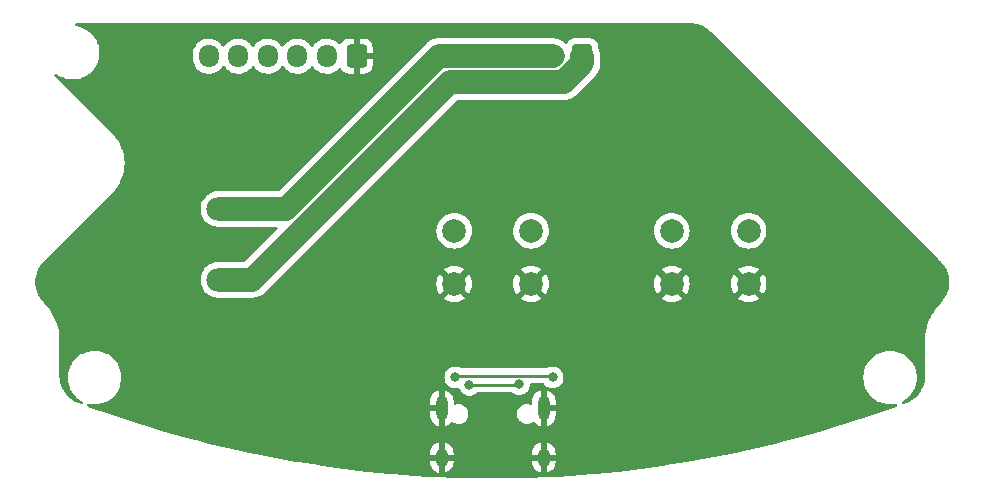
<source format=gbr>
%TF.GenerationSoftware,KiCad,Pcbnew,(6.0.5)*%
%TF.CreationDate,2022-10-18T17:57:13+09:00*%
%TF.ProjectId,IO_Board,494f5f42-6f61-4726-942e-6b696361645f,rev?*%
%TF.SameCoordinates,Original*%
%TF.FileFunction,Copper,L2,Bot*%
%TF.FilePolarity,Positive*%
%FSLAX46Y46*%
G04 Gerber Fmt 4.6, Leading zero omitted, Abs format (unit mm)*
G04 Created by KiCad (PCBNEW (6.0.5)) date 2022-10-18 17:57:13*
%MOMM*%
%LPD*%
G01*
G04 APERTURE LIST*
G04 Aperture macros list*
%AMRoundRect*
0 Rectangle with rounded corners*
0 $1 Rounding radius*
0 $2 $3 $4 $5 $6 $7 $8 $9 X,Y pos of 4 corners*
0 Add a 4 corners polygon primitive as box body*
4,1,4,$2,$3,$4,$5,$6,$7,$8,$9,$2,$3,0*
0 Add four circle primitives for the rounded corners*
1,1,$1+$1,$2,$3*
1,1,$1+$1,$4,$5*
1,1,$1+$1,$6,$7*
1,1,$1+$1,$8,$9*
0 Add four rect primitives between the rounded corners*
20,1,$1+$1,$2,$3,$4,$5,0*
20,1,$1+$1,$4,$5,$6,$7,0*
20,1,$1+$1,$6,$7,$8,$9,0*
20,1,$1+$1,$8,$9,$2,$3,0*%
G04 Aperture macros list end*
%TA.AperFunction,ComponentPad*%
%ADD10O,1.000000X2.100000*%
%TD*%
%TA.AperFunction,ComponentPad*%
%ADD11O,1.000000X1.600000*%
%TD*%
%TA.AperFunction,ComponentPad*%
%ADD12C,2.000000*%
%TD*%
%TA.AperFunction,ComponentPad*%
%ADD13O,4.000000X2.000000*%
%TD*%
%TA.AperFunction,ComponentPad*%
%ADD14RoundRect,0.250000X0.600000X0.750000X-0.600000X0.750000X-0.600000X-0.750000X0.600000X-0.750000X0*%
%TD*%
%TA.AperFunction,ComponentPad*%
%ADD15O,1.700000X2.000000*%
%TD*%
%TA.AperFunction,ComponentPad*%
%ADD16RoundRect,0.250000X0.600000X0.725000X-0.600000X0.725000X-0.600000X-0.725000X0.600000X-0.725000X0*%
%TD*%
%TA.AperFunction,ComponentPad*%
%ADD17O,1.700000X1.950000*%
%TD*%
%TA.AperFunction,ViaPad*%
%ADD18C,0.800000*%
%TD*%
%TA.AperFunction,Conductor*%
%ADD19C,0.250000*%
%TD*%
%TA.AperFunction,Conductor*%
%ADD20C,2.000000*%
%TD*%
G04 APERTURE END LIST*
D10*
%TO.P,J1,S1,SHIELD*%
%TO.N,GND*%
X155450000Y-106750000D03*
X146810000Y-106750000D03*
D11*
X155450000Y-110930000D03*
X146810000Y-110930000D03*
%TD*%
D12*
%TO.P,SW1,1,1*%
%TO.N,Net-(J2-Pad3)*%
X147880000Y-91730000D03*
X154380000Y-91730000D03*
%TO.P,SW1,2,2*%
%TO.N,GND*%
X147880000Y-96230000D03*
X154380000Y-96230000D03*
%TD*%
%TO.P,SW2,1,1*%
%TO.N,Net-(J2-Pad4)*%
X166295000Y-91730000D03*
X172795000Y-91730000D03*
%TO.P,SW2,2,2*%
%TO.N,GND*%
X166295000Y-96230000D03*
X172795000Y-96230000D03*
%TD*%
D13*
%TO.P,SW3,1*%
%TO.N,Net-(J3-Pad1)*%
X128905000Y-95885000D03*
%TO.P,SW3,2*%
%TO.N,Net-(J3-Pad2)*%
X128905000Y-89885000D03*
%TD*%
D14*
%TO.P,J3,1,Pin_1*%
%TO.N,Net-(J3-Pad1)*%
X158730000Y-76945000D03*
D15*
%TO.P,J3,2,Pin_2*%
%TO.N,Net-(J3-Pad2)*%
X156230000Y-76945000D03*
%TD*%
D16*
%TO.P,J2,1,Pin_1*%
%TO.N,GND*%
X139600000Y-76945000D03*
D17*
%TO.P,J2,2,Pin_2*%
%TO.N,unconnected-(J2-Pad2)*%
X137100000Y-76945000D03*
%TO.P,J2,3,Pin_3*%
%TO.N,Net-(J2-Pad3)*%
X134600000Y-76945000D03*
%TO.P,J2,4,Pin_4*%
%TO.N,Net-(J2-Pad4)*%
X132100000Y-76945000D03*
%TO.P,J2,5,Pin_5*%
%TO.N,RX*%
X129600000Y-76945000D03*
%TO.P,J2,6,Pin_6*%
%TO.N,TX*%
X127100000Y-76945000D03*
%TD*%
D18*
%TO.N,VCC*%
X156210000Y-104140000D03*
X147955000Y-104140000D03*
%TO.N,GND*%
X128905000Y-99695000D03*
X153670000Y-110490000D03*
X118110000Y-94615000D03*
X161290000Y-85725000D03*
X166370000Y-77470000D03*
X177165000Y-104140000D03*
X121285000Y-77470000D03*
X140970000Y-104140000D03*
X149225000Y-110490000D03*
X152400000Y-85725000D03*
X177165000Y-94615000D03*
X139065000Y-95250000D03*
X160655000Y-95885000D03*
X141605000Y-107315000D03*
X127635000Y-83185000D03*
X165735000Y-104140000D03*
X171450000Y-104140000D03*
X170815000Y-85725000D03*
%TO.N,Net-(F1-Pad2)*%
X153373433Y-104723835D03*
X149155500Y-104775000D03*
%TD*%
D19*
%TO.N,VCC*%
X156069324Y-103999324D02*
X156210000Y-104140000D01*
X148095676Y-103999324D02*
X156069324Y-103999324D01*
X147955000Y-104140000D02*
X148095676Y-103999324D01*
%TO.N,Net-(F1-Pad2)*%
X153322268Y-104775000D02*
X153373433Y-104723835D01*
X149155500Y-104775000D02*
X153322268Y-104775000D01*
D20*
%TO.N,Net-(J3-Pad1)*%
X130745591Y-95885000D02*
X147486072Y-79144520D01*
X128905000Y-95885000D02*
X130745591Y-95885000D01*
X157141071Y-79144520D02*
X158730000Y-77555591D01*
X158730000Y-77555591D02*
X158730000Y-76945000D01*
X147486072Y-79144520D02*
X157141071Y-79144520D01*
%TO.N,Net-(J3-Pad2)*%
X146575000Y-76945000D02*
X156230000Y-76945000D01*
X133635000Y-89885000D02*
X146575000Y-76945000D01*
X128905000Y-89885000D02*
X133635000Y-89885000D01*
%TD*%
%TA.AperFunction,Conductor*%
%TO.N,GND*%
G36*
X167865920Y-74170000D02*
G01*
X167880753Y-74172310D01*
X167880757Y-74172310D01*
X167889626Y-74173691D01*
X167907622Y-74171338D01*
X167931018Y-74170472D01*
X168167800Y-74183769D01*
X168181832Y-74185350D01*
X168312586Y-74207566D01*
X168443336Y-74229782D01*
X168457111Y-74232926D01*
X168472436Y-74237341D01*
X168712001Y-74306359D01*
X168725316Y-74311018D01*
X168970395Y-74412533D01*
X168983119Y-74418662D01*
X169215258Y-74546960D01*
X169227223Y-74554477D01*
X169443556Y-74707974D01*
X169454603Y-74716784D01*
X169625994Y-74869948D01*
X169643773Y-74889567D01*
X169649550Y-74897476D01*
X169656663Y-74902944D01*
X169656669Y-74902950D01*
X169674796Y-74916884D01*
X169687100Y-74927684D01*
X189042751Y-94283336D01*
X189055398Y-94298104D01*
X189064255Y-94310228D01*
X189064260Y-94310233D01*
X189069554Y-94317480D01*
X189076670Y-94322950D01*
X189083302Y-94328048D01*
X189100825Y-94344392D01*
X189192397Y-94447756D01*
X189272120Y-94537746D01*
X189281500Y-94549719D01*
X189366710Y-94673167D01*
X189443751Y-94784781D01*
X189451623Y-94797802D01*
X189556637Y-94997890D01*
X189584361Y-95050715D01*
X189590605Y-95064590D01*
X189691885Y-95331645D01*
X189696411Y-95346169D01*
X189746119Y-95547837D01*
X189764769Y-95623504D01*
X189767510Y-95638463D01*
X189783162Y-95767373D01*
X189801937Y-95922001D01*
X189802856Y-95937188D01*
X189802855Y-96222817D01*
X189801936Y-96238003D01*
X189773592Y-96471446D01*
X189767510Y-96521534D01*
X189764769Y-96536494D01*
X189726286Y-96692627D01*
X189696411Y-96813834D01*
X189691886Y-96828354D01*
X189615767Y-97029062D01*
X189590603Y-97095414D01*
X189584359Y-97109288D01*
X189451620Y-97362203D01*
X189443748Y-97375224D01*
X189281496Y-97610286D01*
X189272112Y-97622263D01*
X189108044Y-97807458D01*
X189090524Y-97823209D01*
X189090647Y-97823356D01*
X189086918Y-97826471D01*
X189082950Y-97829296D01*
X189078651Y-97833491D01*
X189078430Y-97833653D01*
X189078263Y-97833871D01*
X189073966Y-97838064D01*
X189071048Y-97841958D01*
X189069431Y-97843799D01*
X189063959Y-97850394D01*
X188810533Y-98126960D01*
X188810526Y-98126968D01*
X188808668Y-98128996D01*
X188806986Y-98131188D01*
X188570677Y-98439150D01*
X188570669Y-98439162D01*
X188569005Y-98441330D01*
X188567532Y-98443642D01*
X188567530Y-98443645D01*
X188477242Y-98585368D01*
X188357475Y-98773363D01*
X188210958Y-99054815D01*
X188192654Y-99089978D01*
X188175688Y-99122568D01*
X188174639Y-99125101D01*
X188026080Y-99483748D01*
X188025027Y-99486289D01*
X187906640Y-99861755D01*
X187821427Y-100246112D01*
X187770036Y-100636432D01*
X187754212Y-100998768D01*
X187753286Y-101007540D01*
X187753320Y-101007543D01*
X187752884Y-101012401D01*
X187752078Y-101017194D01*
X187752019Y-101022053D01*
X187752002Y-101023469D01*
X187751925Y-101029746D01*
X187755882Y-101057379D01*
X187757154Y-101075240D01*
X187757154Y-103932463D01*
X187755654Y-103951845D01*
X187751963Y-103975554D01*
X187753798Y-103989585D01*
X187754343Y-103993751D01*
X187755216Y-104017019D01*
X187742463Y-104248599D01*
X187740941Y-104262379D01*
X187698168Y-104519091D01*
X187695140Y-104532620D01*
X187632303Y-104755174D01*
X187624430Y-104783057D01*
X187619935Y-104796172D01*
X187522132Y-105037340D01*
X187516223Y-105049881D01*
X187392516Y-105278848D01*
X187385274Y-105290649D01*
X187300623Y-105412949D01*
X187237163Y-105504633D01*
X187228658Y-105515581D01*
X187057938Y-105711995D01*
X187048282Y-105721942D01*
X186857016Y-105898413D01*
X186846335Y-105907232D01*
X186636815Y-106061639D01*
X186625236Y-106069225D01*
X186400037Y-106199668D01*
X186387683Y-106205943D01*
X186182046Y-106296526D01*
X186156963Y-106304567D01*
X186147226Y-106306596D01*
X186147215Y-106306602D01*
X186147209Y-106306603D01*
X186138479Y-106311259D01*
X186138476Y-106311260D01*
X186121731Y-106320191D01*
X186105667Y-106327366D01*
X186098411Y-106330017D01*
X185945754Y-106385774D01*
X185874905Y-106390356D01*
X185812826Y-106355908D01*
X185779226Y-106293365D01*
X185784773Y-106222586D01*
X185827706Y-106166041D01*
X185846799Y-106154415D01*
X185901564Y-106127409D01*
X185901575Y-106127403D01*
X185905273Y-106125579D01*
X186097164Y-105997362D01*
X186148007Y-105963390D01*
X186148012Y-105963386D01*
X186151438Y-105961097D01*
X186154532Y-105958383D01*
X186154538Y-105958379D01*
X186370938Y-105768600D01*
X186374027Y-105765891D01*
X186376736Y-105762802D01*
X186566515Y-105546402D01*
X186566519Y-105546396D01*
X186569233Y-105543302D01*
X186586382Y-105517638D01*
X186731421Y-105300570D01*
X186733715Y-105297137D01*
X186739728Y-105284945D01*
X186833205Y-105095391D01*
X186864659Y-105031609D01*
X186898771Y-104931118D01*
X186958496Y-104755174D01*
X186958497Y-104755170D01*
X186959824Y-104751261D01*
X186960940Y-104745653D01*
X187016780Y-104464929D01*
X187016781Y-104464923D01*
X187017583Y-104460890D01*
X187030595Y-104262371D01*
X187036676Y-104169583D01*
X187036946Y-104165464D01*
X187026451Y-104005343D01*
X187017853Y-103874150D01*
X187017852Y-103874143D01*
X187017583Y-103870038D01*
X186997375Y-103768444D01*
X186960630Y-103583717D01*
X186960628Y-103583711D01*
X186959824Y-103579667D01*
X186864659Y-103299319D01*
X186733715Y-103033791D01*
X186569233Y-102787626D01*
X186566519Y-102784532D01*
X186566515Y-102784526D01*
X186376736Y-102568126D01*
X186374027Y-102565037D01*
X186370938Y-102562328D01*
X186154538Y-102372549D01*
X186154532Y-102372545D01*
X186151438Y-102369831D01*
X186148012Y-102367542D01*
X186148007Y-102367538D01*
X185908706Y-102207643D01*
X185905273Y-102205349D01*
X185901574Y-102203525D01*
X185901569Y-102203522D01*
X185765287Y-102136316D01*
X185639745Y-102074405D01*
X185635839Y-102073079D01*
X185363310Y-101980568D01*
X185363306Y-101980567D01*
X185359397Y-101979240D01*
X185355353Y-101978436D01*
X185355347Y-101978434D01*
X185073065Y-101922284D01*
X185073059Y-101922283D01*
X185069026Y-101921481D01*
X185064921Y-101921212D01*
X185064914Y-101921211D01*
X184777719Y-101902388D01*
X184773600Y-101902118D01*
X184769481Y-101902388D01*
X184482286Y-101921211D01*
X184482279Y-101921212D01*
X184478174Y-101921481D01*
X184474141Y-101922283D01*
X184474135Y-101922284D01*
X184191853Y-101978434D01*
X184191847Y-101978436D01*
X184187803Y-101979240D01*
X184183894Y-101980567D01*
X184183890Y-101980568D01*
X183911361Y-102073079D01*
X183907455Y-102074405D01*
X183781913Y-102136316D01*
X183645631Y-102203522D01*
X183645626Y-102203525D01*
X183641927Y-102205349D01*
X183638494Y-102207643D01*
X183399193Y-102367538D01*
X183399188Y-102367542D01*
X183395762Y-102369831D01*
X183392668Y-102372545D01*
X183392662Y-102372549D01*
X183176262Y-102562328D01*
X183173173Y-102565037D01*
X183170464Y-102568126D01*
X182980685Y-102784526D01*
X182980681Y-102784532D01*
X182977967Y-102787626D01*
X182813485Y-103033791D01*
X182682541Y-103299319D01*
X182587376Y-103579667D01*
X182586572Y-103583711D01*
X182586570Y-103583717D01*
X182549826Y-103768444D01*
X182529617Y-103870038D01*
X182529348Y-103874143D01*
X182529347Y-103874150D01*
X182520749Y-104005343D01*
X182510254Y-104165464D01*
X182510524Y-104169583D01*
X182516606Y-104262371D01*
X182529617Y-104460890D01*
X182530419Y-104464923D01*
X182530420Y-104464929D01*
X182586260Y-104745653D01*
X182587376Y-104751261D01*
X182588703Y-104755170D01*
X182588704Y-104755174D01*
X182648429Y-104931118D01*
X182682541Y-105031609D01*
X182713995Y-105095391D01*
X182807473Y-105284945D01*
X182813485Y-105297137D01*
X182815779Y-105300570D01*
X182960819Y-105517638D01*
X182977967Y-105543302D01*
X182980681Y-105546396D01*
X182980685Y-105546402D01*
X183170464Y-105762802D01*
X183173173Y-105765891D01*
X183176262Y-105768600D01*
X183392662Y-105958379D01*
X183392668Y-105958383D01*
X183395762Y-105961097D01*
X183399188Y-105963386D01*
X183399193Y-105963390D01*
X183450036Y-105997362D01*
X183641927Y-106125579D01*
X183645626Y-106127403D01*
X183645631Y-106127406D01*
X183781913Y-106194612D01*
X183907455Y-106256523D01*
X183911360Y-106257848D01*
X183911361Y-106257849D01*
X184183890Y-106350360D01*
X184183894Y-106350361D01*
X184187803Y-106351688D01*
X184191847Y-106352492D01*
X184191853Y-106352494D01*
X184474135Y-106408644D01*
X184474141Y-106408645D01*
X184478174Y-106409447D01*
X184482279Y-106409716D01*
X184482286Y-106409717D01*
X184769481Y-106428540D01*
X184773600Y-106428810D01*
X184777719Y-106428540D01*
X185064914Y-106409717D01*
X185064921Y-106409716D01*
X185069026Y-106409447D01*
X185073059Y-106408645D01*
X185073065Y-106408644D01*
X185248495Y-106373748D01*
X185319209Y-106380076D01*
X185375277Y-106423630D01*
X185398896Y-106490583D01*
X185382569Y-106559676D01*
X185331479Y-106608975D01*
X185316305Y-106615680D01*
X184326176Y-106977323D01*
X184323866Y-106978141D01*
X182495515Y-107605908D01*
X182493194Y-107606680D01*
X182229829Y-107691416D01*
X180652939Y-108198770D01*
X180650599Y-108199498D01*
X178799149Y-108755684D01*
X178796794Y-108756366D01*
X176934917Y-109276416D01*
X176932550Y-109277052D01*
X175889850Y-109546541D01*
X175060921Y-109760781D01*
X175058609Y-109761355D01*
X173177783Y-110208614D01*
X173175509Y-110209132D01*
X171286373Y-110619709D01*
X171283973Y-110620206D01*
X169387283Y-110993939D01*
X169384895Y-110994385D01*
X168976291Y-111066671D01*
X167481334Y-111331141D01*
X167478916Y-111331545D01*
X165730648Y-111605868D01*
X165620560Y-111623142D01*
X165569091Y-111631218D01*
X165566666Y-111631574D01*
X163651474Y-111894023D01*
X163649042Y-111894333D01*
X161728963Y-112119490D01*
X161726525Y-112119751D01*
X159802597Y-112307496D01*
X159800156Y-112307711D01*
X158396666Y-112417154D01*
X157872767Y-112458007D01*
X157870339Y-112458171D01*
X156389465Y-112544701D01*
X155940555Y-112570932D01*
X155938107Y-112571052D01*
X154006349Y-112646256D01*
X154003898Y-112646327D01*
X152071150Y-112683934D01*
X152068699Y-112683958D01*
X150135533Y-112683958D01*
X150133082Y-112683934D01*
X148200334Y-112646327D01*
X148197883Y-112646256D01*
X146266125Y-112571052D01*
X146263677Y-112570932D01*
X145814767Y-112544701D01*
X144333893Y-112458171D01*
X144331465Y-112458007D01*
X143807566Y-112417154D01*
X142404076Y-112307711D01*
X142401635Y-112307496D01*
X140477707Y-112119751D01*
X140475269Y-112119490D01*
X138555190Y-111894333D01*
X138552758Y-111894023D01*
X136637566Y-111631574D01*
X136635141Y-111631218D01*
X136583673Y-111623142D01*
X136473584Y-111605868D01*
X134725316Y-111331545D01*
X134722898Y-111331141D01*
X134414919Y-111276657D01*
X145802000Y-111276657D01*
X145802301Y-111282805D01*
X145815812Y-111420603D01*
X145818195Y-111432638D01*
X145871767Y-111610076D01*
X145876441Y-111621416D01*
X145963460Y-111785077D01*
X145970249Y-111795294D01*
X146087397Y-111938933D01*
X146096041Y-111947637D01*
X146238856Y-112065784D01*
X146249027Y-112072644D01*
X146412076Y-112160804D01*
X146423381Y-112165556D01*
X146538692Y-112201250D01*
X146552795Y-112201456D01*
X146556000Y-112194701D01*
X146556000Y-112187924D01*
X147064000Y-112187924D01*
X147067973Y-112201455D01*
X147075768Y-112202575D01*
X147183521Y-112170862D01*
X147194889Y-112166269D01*
X147359154Y-112080393D01*
X147369415Y-112073679D01*
X147513873Y-111957532D01*
X147522632Y-111948954D01*
X147641778Y-111806961D01*
X147648708Y-111796841D01*
X147738002Y-111634415D01*
X147742834Y-111623142D01*
X147798880Y-111446462D01*
X147801430Y-111434468D01*
X147817607Y-111290239D01*
X147818000Y-111283215D01*
X147818000Y-111276657D01*
X154442000Y-111276657D01*
X154442301Y-111282805D01*
X154455812Y-111420603D01*
X154458195Y-111432638D01*
X154511767Y-111610076D01*
X154516441Y-111621416D01*
X154603460Y-111785077D01*
X154610249Y-111795294D01*
X154727397Y-111938933D01*
X154736041Y-111947637D01*
X154878856Y-112065784D01*
X154889027Y-112072644D01*
X155052076Y-112160804D01*
X155063381Y-112165556D01*
X155178692Y-112201250D01*
X155192795Y-112201456D01*
X155196000Y-112194701D01*
X155196000Y-112187924D01*
X155704000Y-112187924D01*
X155707973Y-112201455D01*
X155715768Y-112202575D01*
X155823521Y-112170862D01*
X155834889Y-112166269D01*
X155999154Y-112080393D01*
X156009415Y-112073679D01*
X156153873Y-111957532D01*
X156162632Y-111948954D01*
X156281778Y-111806961D01*
X156288708Y-111796841D01*
X156378002Y-111634415D01*
X156382834Y-111623142D01*
X156438880Y-111446462D01*
X156441430Y-111434468D01*
X156457607Y-111290239D01*
X156458000Y-111283215D01*
X156458000Y-111202115D01*
X156453525Y-111186876D01*
X156452135Y-111185671D01*
X156444452Y-111184000D01*
X155722115Y-111184000D01*
X155706876Y-111188475D01*
X155705671Y-111189865D01*
X155704000Y-111197548D01*
X155704000Y-112187924D01*
X155196000Y-112187924D01*
X155196000Y-111202115D01*
X155191525Y-111186876D01*
X155190135Y-111185671D01*
X155182452Y-111184000D01*
X154460115Y-111184000D01*
X154444876Y-111188475D01*
X154443671Y-111189865D01*
X154442000Y-111197548D01*
X154442000Y-111276657D01*
X147818000Y-111276657D01*
X147818000Y-111202115D01*
X147813525Y-111186876D01*
X147812135Y-111185671D01*
X147804452Y-111184000D01*
X147082115Y-111184000D01*
X147066876Y-111188475D01*
X147065671Y-111189865D01*
X147064000Y-111197548D01*
X147064000Y-112187924D01*
X146556000Y-112187924D01*
X146556000Y-111202115D01*
X146551525Y-111186876D01*
X146550135Y-111185671D01*
X146542452Y-111184000D01*
X145820115Y-111184000D01*
X145804876Y-111188475D01*
X145803671Y-111189865D01*
X145802000Y-111197548D01*
X145802000Y-111276657D01*
X134414919Y-111276657D01*
X133227941Y-111066671D01*
X132819337Y-110994385D01*
X132816949Y-110993939D01*
X131111479Y-110657885D01*
X145802000Y-110657885D01*
X145806475Y-110673124D01*
X145807865Y-110674329D01*
X145815548Y-110676000D01*
X146537885Y-110676000D01*
X146553124Y-110671525D01*
X146554329Y-110670135D01*
X146556000Y-110662452D01*
X146556000Y-110657885D01*
X147064000Y-110657885D01*
X147068475Y-110673124D01*
X147069865Y-110674329D01*
X147077548Y-110676000D01*
X147799885Y-110676000D01*
X147815124Y-110671525D01*
X147816329Y-110670135D01*
X147818000Y-110662452D01*
X147818000Y-110657885D01*
X154442000Y-110657885D01*
X154446475Y-110673124D01*
X154447865Y-110674329D01*
X154455548Y-110676000D01*
X155177885Y-110676000D01*
X155193124Y-110671525D01*
X155194329Y-110670135D01*
X155196000Y-110662452D01*
X155196000Y-110657885D01*
X155704000Y-110657885D01*
X155708475Y-110673124D01*
X155709865Y-110674329D01*
X155717548Y-110676000D01*
X156439885Y-110676000D01*
X156455124Y-110671525D01*
X156456329Y-110670135D01*
X156458000Y-110662452D01*
X156458000Y-110583343D01*
X156457699Y-110577195D01*
X156444188Y-110439397D01*
X156441805Y-110427362D01*
X156388233Y-110249924D01*
X156383559Y-110238584D01*
X156296540Y-110074923D01*
X156289751Y-110064706D01*
X156172603Y-109921067D01*
X156163959Y-109912363D01*
X156021144Y-109794216D01*
X156010973Y-109787356D01*
X155847924Y-109699196D01*
X155836619Y-109694444D01*
X155721308Y-109658750D01*
X155707205Y-109658544D01*
X155704000Y-109665299D01*
X155704000Y-110657885D01*
X155196000Y-110657885D01*
X155196000Y-109672076D01*
X155192027Y-109658545D01*
X155184232Y-109657425D01*
X155076479Y-109689138D01*
X155065111Y-109693731D01*
X154900846Y-109779607D01*
X154890585Y-109786321D01*
X154746127Y-109902468D01*
X154737368Y-109911046D01*
X154618222Y-110053039D01*
X154611292Y-110063159D01*
X154521998Y-110225585D01*
X154517166Y-110236858D01*
X154461120Y-110413538D01*
X154458570Y-110425532D01*
X154442393Y-110569761D01*
X154442000Y-110576785D01*
X154442000Y-110657885D01*
X147818000Y-110657885D01*
X147818000Y-110583343D01*
X147817699Y-110577195D01*
X147804188Y-110439397D01*
X147801805Y-110427362D01*
X147748233Y-110249924D01*
X147743559Y-110238584D01*
X147656540Y-110074923D01*
X147649751Y-110064706D01*
X147532603Y-109921067D01*
X147523959Y-109912363D01*
X147381144Y-109794216D01*
X147370973Y-109787356D01*
X147207924Y-109699196D01*
X147196619Y-109694444D01*
X147081308Y-109658750D01*
X147067205Y-109658544D01*
X147064000Y-109665299D01*
X147064000Y-110657885D01*
X146556000Y-110657885D01*
X146556000Y-109672076D01*
X146552027Y-109658545D01*
X146544232Y-109657425D01*
X146436479Y-109689138D01*
X146425111Y-109693731D01*
X146260846Y-109779607D01*
X146250585Y-109786321D01*
X146106127Y-109902468D01*
X146097368Y-109911046D01*
X145978222Y-110053039D01*
X145971292Y-110063159D01*
X145881998Y-110225585D01*
X145877166Y-110236858D01*
X145821120Y-110413538D01*
X145818570Y-110425532D01*
X145802393Y-110569761D01*
X145802000Y-110576785D01*
X145802000Y-110657885D01*
X131111479Y-110657885D01*
X130920259Y-110620206D01*
X130917859Y-110619709D01*
X129028723Y-110209132D01*
X129026449Y-110208614D01*
X127145623Y-109761355D01*
X127143311Y-109760781D01*
X126314382Y-109546541D01*
X125271682Y-109277052D01*
X125269315Y-109276416D01*
X123407438Y-108756366D01*
X123405083Y-108755684D01*
X121553633Y-108199498D01*
X121551293Y-108198770D01*
X119974403Y-107691416D01*
X119711038Y-107606680D01*
X119708717Y-107605908D01*
X118953657Y-107346657D01*
X145802000Y-107346657D01*
X145802301Y-107352805D01*
X145815812Y-107490603D01*
X145818195Y-107502638D01*
X145871767Y-107680076D01*
X145876441Y-107691416D01*
X145963460Y-107855077D01*
X145970249Y-107865294D01*
X146087397Y-108008933D01*
X146096041Y-108017637D01*
X146238856Y-108135784D01*
X146249027Y-108142644D01*
X146412076Y-108230804D01*
X146423381Y-108235556D01*
X146538692Y-108271250D01*
X146552795Y-108271456D01*
X146556000Y-108264701D01*
X146556000Y-108257924D01*
X147064000Y-108257924D01*
X147067973Y-108271455D01*
X147075768Y-108272575D01*
X147183521Y-108240862D01*
X147194889Y-108236269D01*
X147359154Y-108150393D01*
X147369415Y-108143679D01*
X147513873Y-108027532D01*
X147522634Y-108018953D01*
X147582336Y-107947803D01*
X147641445Y-107908477D01*
X147712433Y-107907351D01*
X147755386Y-107928699D01*
X147800257Y-107963006D01*
X147800261Y-107963009D01*
X147805678Y-107967150D01*
X147892372Y-108007576D01*
X147963631Y-108040805D01*
X147963634Y-108040806D01*
X147969808Y-108043685D01*
X147976456Y-108045171D01*
X147976459Y-108045172D01*
X148082421Y-108068857D01*
X148146543Y-108083190D01*
X148152088Y-108083500D01*
X148285244Y-108083500D01*
X148420037Y-108068857D01*
X148568323Y-108018953D01*
X148585204Y-108013272D01*
X148585206Y-108013271D01*
X148591675Y-108011094D01*
X148746905Y-107917823D01*
X148751862Y-107913135D01*
X148751865Y-107913133D01*
X148873527Y-107798082D01*
X148873529Y-107798080D01*
X148878485Y-107793393D01*
X148882317Y-107787755D01*
X148882320Y-107787751D01*
X148976442Y-107649255D01*
X148980277Y-107643612D01*
X149047530Y-107475466D01*
X149048644Y-107468738D01*
X149048645Y-107468734D01*
X149075993Y-107303539D01*
X149075993Y-107303536D01*
X149077108Y-107296802D01*
X149075978Y-107275230D01*
X149072203Y-107203198D01*
X153182892Y-107203198D01*
X153183249Y-107210015D01*
X153183249Y-107210019D01*
X153188151Y-107303539D01*
X153192370Y-107384047D01*
X153194181Y-107390620D01*
X153194181Y-107390623D01*
X153217551Y-107475466D01*
X153240461Y-107558641D01*
X153324922Y-107718836D01*
X153329327Y-107724049D01*
X153329330Y-107724053D01*
X153437406Y-107851943D01*
X153437410Y-107851947D01*
X153441813Y-107857157D01*
X153447237Y-107861304D01*
X153447238Y-107861305D01*
X153580257Y-107963006D01*
X153580261Y-107963009D01*
X153585678Y-107967150D01*
X153672372Y-108007576D01*
X153743631Y-108040805D01*
X153743634Y-108040806D01*
X153749808Y-108043685D01*
X153756456Y-108045171D01*
X153756459Y-108045172D01*
X153862421Y-108068857D01*
X153926543Y-108083190D01*
X153932088Y-108083500D01*
X154065244Y-108083500D01*
X154200037Y-108068857D01*
X154348323Y-108018953D01*
X154365204Y-108013272D01*
X154365206Y-108013271D01*
X154371675Y-108011094D01*
X154518038Y-107923151D01*
X154586727Y-107905212D01*
X154654214Y-107927259D01*
X154680572Y-107951519D01*
X154727397Y-108008933D01*
X154736041Y-108017637D01*
X154878856Y-108135784D01*
X154889027Y-108142644D01*
X155052076Y-108230804D01*
X155063381Y-108235556D01*
X155178692Y-108271250D01*
X155192795Y-108271456D01*
X155196000Y-108264701D01*
X155196000Y-108257924D01*
X155704000Y-108257924D01*
X155707973Y-108271455D01*
X155715768Y-108272575D01*
X155823521Y-108240862D01*
X155834889Y-108236269D01*
X155999154Y-108150393D01*
X156009415Y-108143679D01*
X156153873Y-108027532D01*
X156162632Y-108018954D01*
X156281778Y-107876961D01*
X156288708Y-107866841D01*
X156378002Y-107704415D01*
X156382834Y-107693142D01*
X156438880Y-107516462D01*
X156441430Y-107504468D01*
X156457607Y-107360239D01*
X156458000Y-107353215D01*
X156458000Y-107022115D01*
X156453525Y-107006876D01*
X156452135Y-107005671D01*
X156444452Y-107004000D01*
X155722115Y-107004000D01*
X155706876Y-107008475D01*
X155705671Y-107009865D01*
X155704000Y-107017548D01*
X155704000Y-108257924D01*
X155196000Y-108257924D01*
X155196000Y-106477885D01*
X155704000Y-106477885D01*
X155708475Y-106493124D01*
X155709865Y-106494329D01*
X155717548Y-106496000D01*
X156439885Y-106496000D01*
X156455124Y-106491525D01*
X156456329Y-106490135D01*
X156458000Y-106482452D01*
X156458000Y-106153343D01*
X156457699Y-106147195D01*
X156444188Y-106009397D01*
X156441805Y-105997362D01*
X156388233Y-105819924D01*
X156383559Y-105808584D01*
X156296540Y-105644923D01*
X156289751Y-105634706D01*
X156172603Y-105491067D01*
X156163959Y-105482363D01*
X156021144Y-105364216D01*
X156010973Y-105357356D01*
X155847924Y-105269196D01*
X155836619Y-105264444D01*
X155721308Y-105228750D01*
X155707205Y-105228544D01*
X155704000Y-105235299D01*
X155704000Y-106477885D01*
X155196000Y-106477885D01*
X155196000Y-105242076D01*
X155192027Y-105228545D01*
X155184232Y-105227425D01*
X155076479Y-105259138D01*
X155065111Y-105263731D01*
X154900846Y-105349607D01*
X154890585Y-105356321D01*
X154746127Y-105472468D01*
X154737368Y-105481046D01*
X154618222Y-105623039D01*
X154611292Y-105633159D01*
X154521998Y-105795585D01*
X154517166Y-105806858D01*
X154461120Y-105983538D01*
X154458570Y-105995532D01*
X154442393Y-106139761D01*
X154442000Y-106146785D01*
X154442000Y-106332974D01*
X154421998Y-106401095D01*
X154368342Y-106447588D01*
X154298068Y-106457692D01*
X154288514Y-106455939D01*
X154118506Y-106417938D01*
X154118499Y-106417937D01*
X154113457Y-106416810D01*
X154107912Y-106416500D01*
X153974756Y-106416500D01*
X153839963Y-106431143D01*
X153721810Y-106470906D01*
X153674796Y-106486728D01*
X153674794Y-106486729D01*
X153668325Y-106488906D01*
X153513095Y-106582177D01*
X153508138Y-106586865D01*
X153508135Y-106586867D01*
X153453329Y-106638695D01*
X153381515Y-106706607D01*
X153377683Y-106712245D01*
X153377680Y-106712249D01*
X153326740Y-106787205D01*
X153279723Y-106856388D01*
X153212470Y-107024534D01*
X153211356Y-107031262D01*
X153211355Y-107031266D01*
X153184007Y-107196461D01*
X153182892Y-107203198D01*
X149072203Y-107203198D01*
X149067987Y-107122766D01*
X149067630Y-107115953D01*
X149044304Y-107031266D01*
X149021352Y-106947941D01*
X149019539Y-106941359D01*
X148935078Y-106781164D01*
X148930673Y-106775951D01*
X148930670Y-106775947D01*
X148822594Y-106648057D01*
X148822590Y-106648053D01*
X148818187Y-106642843D01*
X148782661Y-106615681D01*
X148679743Y-106536994D01*
X148679739Y-106536991D01*
X148674322Y-106532850D01*
X148556449Y-106477885D01*
X148516369Y-106459195D01*
X148516366Y-106459194D01*
X148510192Y-106456315D01*
X148503544Y-106454829D01*
X148503541Y-106454828D01*
X148338494Y-106417936D01*
X148338495Y-106417936D01*
X148333457Y-106416810D01*
X148327912Y-106416500D01*
X148194756Y-106416500D01*
X148059963Y-106431143D01*
X148053499Y-106433318D01*
X148053496Y-106433319D01*
X148011098Y-106447588D01*
X147985167Y-106456315D01*
X147984189Y-106456644D01*
X147913247Y-106459414D01*
X147852068Y-106423391D01*
X147820077Y-106360010D01*
X147818000Y-106337225D01*
X147818000Y-106153343D01*
X147817699Y-106147195D01*
X147804188Y-106009397D01*
X147801805Y-105997362D01*
X147748233Y-105819924D01*
X147743559Y-105808584D01*
X147656540Y-105644923D01*
X147649751Y-105634706D01*
X147532603Y-105491067D01*
X147523959Y-105482363D01*
X147381144Y-105364216D01*
X147370973Y-105357356D01*
X147207924Y-105269196D01*
X147196619Y-105264444D01*
X147081308Y-105228750D01*
X147067205Y-105228544D01*
X147064000Y-105235299D01*
X147064000Y-108257924D01*
X146556000Y-108257924D01*
X146556000Y-107022115D01*
X146551525Y-107006876D01*
X146550135Y-107005671D01*
X146542452Y-107004000D01*
X145820115Y-107004000D01*
X145804876Y-107008475D01*
X145803671Y-107009865D01*
X145802000Y-107017548D01*
X145802000Y-107346657D01*
X118953657Y-107346657D01*
X117880366Y-106978141D01*
X117878056Y-106977323D01*
X117124035Y-106701918D01*
X116887929Y-106615680D01*
X116830806Y-106573522D01*
X116805543Y-106507172D01*
X116811706Y-106477885D01*
X145802000Y-106477885D01*
X145806475Y-106493124D01*
X145807865Y-106494329D01*
X145815548Y-106496000D01*
X146537885Y-106496000D01*
X146553124Y-106491525D01*
X146554329Y-106490135D01*
X146556000Y-106482452D01*
X146556000Y-105242076D01*
X146552027Y-105228545D01*
X146544232Y-105227425D01*
X146436479Y-105259138D01*
X146425111Y-105263731D01*
X146260846Y-105349607D01*
X146250585Y-105356321D01*
X146106127Y-105472468D01*
X146097368Y-105481046D01*
X145978222Y-105623039D01*
X145971292Y-105633159D01*
X145881998Y-105795585D01*
X145877166Y-105806858D01*
X145821120Y-105983538D01*
X145818570Y-105995532D01*
X145802393Y-106139761D01*
X145802000Y-106146785D01*
X145802000Y-106477885D01*
X116811706Y-106477885D01*
X116820162Y-106437697D01*
X116870021Y-106387154D01*
X116939291Y-106371591D01*
X116955739Y-106373749D01*
X117131164Y-106408643D01*
X117135206Y-106409447D01*
X117139311Y-106409716D01*
X117139318Y-106409717D01*
X117426513Y-106428540D01*
X117430632Y-106428810D01*
X117434751Y-106428540D01*
X117721946Y-106409717D01*
X117721953Y-106409716D01*
X117726058Y-106409447D01*
X117730091Y-106408645D01*
X117730097Y-106408644D01*
X118012379Y-106352494D01*
X118012385Y-106352492D01*
X118016429Y-106351688D01*
X118020338Y-106350361D01*
X118020342Y-106350360D01*
X118292871Y-106257849D01*
X118292872Y-106257848D01*
X118296777Y-106256523D01*
X118422319Y-106194612D01*
X118558601Y-106127406D01*
X118558606Y-106127403D01*
X118562305Y-106125579D01*
X118754196Y-105997362D01*
X118805039Y-105963390D01*
X118805044Y-105963386D01*
X118808470Y-105961097D01*
X118811564Y-105958383D01*
X118811570Y-105958379D01*
X119027970Y-105768600D01*
X119031059Y-105765891D01*
X119033768Y-105762802D01*
X119223547Y-105546402D01*
X119223551Y-105546396D01*
X119226265Y-105543302D01*
X119243414Y-105517638D01*
X119388453Y-105300570D01*
X119390747Y-105297137D01*
X119396760Y-105284945D01*
X119490237Y-105095391D01*
X119521691Y-105031609D01*
X119555803Y-104931118D01*
X119615528Y-104755174D01*
X119615529Y-104755170D01*
X119616856Y-104751261D01*
X119617972Y-104745653D01*
X119673812Y-104464929D01*
X119673813Y-104464923D01*
X119674615Y-104460890D01*
X119687627Y-104262371D01*
X119693708Y-104169583D01*
X119693978Y-104165464D01*
X119692309Y-104140000D01*
X147041496Y-104140000D01*
X147042186Y-104146565D01*
X147054358Y-104262371D01*
X147061458Y-104329928D01*
X147120473Y-104511556D01*
X147215960Y-104676944D01*
X147220378Y-104681851D01*
X147220379Y-104681852D01*
X147323308Y-104796166D01*
X147343747Y-104818866D01*
X147498248Y-104931118D01*
X147504276Y-104933802D01*
X147504278Y-104933803D01*
X147638709Y-104993655D01*
X147672712Y-105008794D01*
X147761671Y-105027703D01*
X147853056Y-105047128D01*
X147853061Y-105047128D01*
X147859513Y-105048500D01*
X148050487Y-105048500D01*
X148056939Y-105047128D01*
X148056944Y-105047128D01*
X148162725Y-105024643D01*
X148233516Y-105030045D01*
X148290148Y-105072862D01*
X148308755Y-105108953D01*
X148320973Y-105146556D01*
X148416460Y-105311944D01*
X148420878Y-105316851D01*
X148420879Y-105316852D01*
X148535850Y-105444540D01*
X148544247Y-105453866D01*
X148621981Y-105510343D01*
X148667345Y-105543302D01*
X148698748Y-105566118D01*
X148704776Y-105568802D01*
X148704778Y-105568803D01*
X148849325Y-105633159D01*
X148873212Y-105643794D01*
X148966613Y-105663647D01*
X149053556Y-105682128D01*
X149053561Y-105682128D01*
X149060013Y-105683500D01*
X149250987Y-105683500D01*
X149257439Y-105682128D01*
X149257444Y-105682128D01*
X149344387Y-105663647D01*
X149437788Y-105643794D01*
X149461675Y-105633159D01*
X149606222Y-105568803D01*
X149606224Y-105568802D01*
X149612252Y-105566118D01*
X149643656Y-105543302D01*
X149745171Y-105469546D01*
X149766753Y-105453866D01*
X149771168Y-105448963D01*
X149776080Y-105444540D01*
X149777205Y-105445789D01*
X149830514Y-105412949D01*
X149863700Y-105408500D01*
X152729222Y-105408500D01*
X152797343Y-105428502D01*
X152803283Y-105432564D01*
X152910321Y-105510332D01*
X152916681Y-105514953D01*
X152922709Y-105517637D01*
X152922711Y-105517638D01*
X153085114Y-105589944D01*
X153091145Y-105592629D01*
X153184546Y-105612482D01*
X153271489Y-105630963D01*
X153271494Y-105630963D01*
X153277946Y-105632335D01*
X153468920Y-105632335D01*
X153475372Y-105630963D01*
X153475377Y-105630963D01*
X153562320Y-105612482D01*
X153655721Y-105592629D01*
X153661752Y-105589944D01*
X153824155Y-105517638D01*
X153824157Y-105517637D01*
X153830185Y-105514953D01*
X153836546Y-105510332D01*
X153921023Y-105448955D01*
X153984686Y-105402701D01*
X154019338Y-105364216D01*
X154108054Y-105265687D01*
X154108055Y-105265686D01*
X154112473Y-105260779D01*
X154207960Y-105095391D01*
X154266975Y-104913763D01*
X154280012Y-104789728D01*
X154284644Y-104745653D01*
X154311657Y-104679997D01*
X154369879Y-104639367D01*
X154409954Y-104632824D01*
X155375558Y-104632824D01*
X155443679Y-104652826D01*
X155470069Y-104677747D01*
X155470960Y-104676944D01*
X155572525Y-104789743D01*
X155598747Y-104818866D01*
X155753248Y-104931118D01*
X155759276Y-104933802D01*
X155759278Y-104933803D01*
X155893709Y-104993655D01*
X155927712Y-105008794D01*
X156016671Y-105027703D01*
X156108056Y-105047128D01*
X156108061Y-105047128D01*
X156114513Y-105048500D01*
X156305487Y-105048500D01*
X156311939Y-105047128D01*
X156311944Y-105047128D01*
X156403329Y-105027703D01*
X156492288Y-105008794D01*
X156526291Y-104993655D01*
X156660722Y-104933803D01*
X156660724Y-104933802D01*
X156666752Y-104931118D01*
X156821253Y-104818866D01*
X156841692Y-104796166D01*
X156944621Y-104681852D01*
X156944622Y-104681851D01*
X156949040Y-104676944D01*
X157044527Y-104511556D01*
X157103542Y-104329928D01*
X157110643Y-104262371D01*
X157122814Y-104146565D01*
X157123504Y-104140000D01*
X157110578Y-104017019D01*
X157104232Y-103956635D01*
X157104232Y-103956633D01*
X157103542Y-103950072D01*
X157044527Y-103768444D01*
X156949040Y-103603056D01*
X156927981Y-103579667D01*
X156825675Y-103466045D01*
X156825674Y-103466044D01*
X156821253Y-103461134D01*
X156666752Y-103348882D01*
X156660724Y-103346198D01*
X156660722Y-103346197D01*
X156498319Y-103273891D01*
X156498318Y-103273891D01*
X156492288Y-103271206D01*
X156398887Y-103251353D01*
X156311944Y-103232872D01*
X156311939Y-103232872D01*
X156305487Y-103231500D01*
X156114513Y-103231500D01*
X156108061Y-103232872D01*
X156108056Y-103232872D01*
X156021113Y-103251353D01*
X155927712Y-103271206D01*
X155753248Y-103348882D01*
X155752370Y-103349520D01*
X155691522Y-103365824D01*
X148473478Y-103365824D01*
X148412630Y-103349520D01*
X148411752Y-103348882D01*
X148237288Y-103271206D01*
X148143887Y-103251353D01*
X148056944Y-103232872D01*
X148056939Y-103232872D01*
X148050487Y-103231500D01*
X147859513Y-103231500D01*
X147853061Y-103232872D01*
X147853056Y-103232872D01*
X147766113Y-103251353D01*
X147672712Y-103271206D01*
X147666682Y-103273891D01*
X147666681Y-103273891D01*
X147504278Y-103346197D01*
X147504276Y-103346198D01*
X147498248Y-103348882D01*
X147343747Y-103461134D01*
X147339326Y-103466044D01*
X147339325Y-103466045D01*
X147237020Y-103579667D01*
X147215960Y-103603056D01*
X147120473Y-103768444D01*
X147061458Y-103950072D01*
X147060768Y-103956633D01*
X147060768Y-103956635D01*
X147054422Y-104017019D01*
X147041496Y-104140000D01*
X119692309Y-104140000D01*
X119683483Y-104005343D01*
X119674885Y-103874150D01*
X119674884Y-103874143D01*
X119674615Y-103870038D01*
X119654407Y-103768444D01*
X119617662Y-103583717D01*
X119617660Y-103583711D01*
X119616856Y-103579667D01*
X119521691Y-103299319D01*
X119390747Y-103033791D01*
X119226265Y-102787626D01*
X119223551Y-102784532D01*
X119223547Y-102784526D01*
X119033768Y-102568126D01*
X119031059Y-102565037D01*
X119027970Y-102562328D01*
X118811570Y-102372549D01*
X118811564Y-102372545D01*
X118808470Y-102369831D01*
X118805044Y-102367542D01*
X118805039Y-102367538D01*
X118565738Y-102207643D01*
X118562305Y-102205349D01*
X118558606Y-102203525D01*
X118558601Y-102203522D01*
X118422319Y-102136316D01*
X118296777Y-102074405D01*
X118292871Y-102073079D01*
X118020342Y-101980568D01*
X118020338Y-101980567D01*
X118016429Y-101979240D01*
X118012385Y-101978436D01*
X118012379Y-101978434D01*
X117730097Y-101922284D01*
X117730091Y-101922283D01*
X117726058Y-101921481D01*
X117721953Y-101921212D01*
X117721946Y-101921211D01*
X117434751Y-101902388D01*
X117430632Y-101902118D01*
X117426513Y-101902388D01*
X117139318Y-101921211D01*
X117139311Y-101921212D01*
X117135206Y-101921481D01*
X117131173Y-101922283D01*
X117131167Y-101922284D01*
X116848885Y-101978434D01*
X116848879Y-101978436D01*
X116844835Y-101979240D01*
X116840926Y-101980567D01*
X116840922Y-101980568D01*
X116568393Y-102073079D01*
X116564487Y-102074405D01*
X116438945Y-102136316D01*
X116302663Y-102203522D01*
X116302658Y-102203525D01*
X116298959Y-102205349D01*
X116295526Y-102207643D01*
X116056225Y-102367538D01*
X116056220Y-102367542D01*
X116052794Y-102369831D01*
X116049700Y-102372545D01*
X116049694Y-102372549D01*
X115833294Y-102562328D01*
X115830205Y-102565037D01*
X115827496Y-102568126D01*
X115637717Y-102784526D01*
X115637713Y-102784532D01*
X115634999Y-102787626D01*
X115470517Y-103033791D01*
X115339573Y-103299319D01*
X115244408Y-103579667D01*
X115243604Y-103583711D01*
X115243602Y-103583717D01*
X115206858Y-103768444D01*
X115186649Y-103870038D01*
X115186380Y-103874143D01*
X115186379Y-103874150D01*
X115177781Y-104005343D01*
X115167286Y-104165464D01*
X115167556Y-104169583D01*
X115173638Y-104262371D01*
X115186649Y-104460890D01*
X115187451Y-104464923D01*
X115187452Y-104464929D01*
X115243292Y-104745653D01*
X115244408Y-104751261D01*
X115245735Y-104755170D01*
X115245736Y-104755174D01*
X115305461Y-104931118D01*
X115339573Y-105031609D01*
X115371027Y-105095391D01*
X115464505Y-105284945D01*
X115470517Y-105297137D01*
X115472811Y-105300570D01*
X115617851Y-105517638D01*
X115634999Y-105543302D01*
X115637713Y-105546396D01*
X115637717Y-105546402D01*
X115827496Y-105762802D01*
X115830205Y-105765891D01*
X115833294Y-105768600D01*
X116049694Y-105958379D01*
X116049700Y-105958383D01*
X116052794Y-105961097D01*
X116056220Y-105963386D01*
X116056225Y-105963390D01*
X116107068Y-105997362D01*
X116298959Y-106125579D01*
X116355259Y-106153343D01*
X116357427Y-106154412D01*
X116409676Y-106202480D01*
X116427643Y-106271166D01*
X116405624Y-106338661D01*
X116350609Y-106383538D01*
X116280066Y-106391547D01*
X116258471Y-106385771D01*
X116176710Y-106355908D01*
X116105820Y-106330016D01*
X116087060Y-106321359D01*
X116068773Y-106311024D01*
X116050902Y-106306842D01*
X116028818Y-106299463D01*
X115927208Y-106254699D01*
X115816562Y-106205954D01*
X115804214Y-106199682D01*
X115579015Y-106069228D01*
X115567423Y-106061632D01*
X115567421Y-106061630D01*
X115427323Y-105958379D01*
X115357928Y-105907235D01*
X115347238Y-105898409D01*
X115155975Y-105721936D01*
X115146319Y-105711989D01*
X115016159Y-105562237D01*
X114975593Y-105515565D01*
X114967098Y-105504629D01*
X114818981Y-105290633D01*
X114811734Y-105278823D01*
X114801099Y-105259138D01*
X114688029Y-105049864D01*
X114682121Y-105037325D01*
X114669462Y-105006109D01*
X114584320Y-104796166D01*
X114579824Y-104783053D01*
X114570847Y-104751261D01*
X114509101Y-104532586D01*
X114506076Y-104519068D01*
X114504825Y-104511556D01*
X114463300Y-104262368D01*
X114461777Y-104248592D01*
X114449419Y-104024304D01*
X114450728Y-103997987D01*
X114450888Y-103996962D01*
X114450888Y-103996958D01*
X114452269Y-103988089D01*
X114451105Y-103979188D01*
X114451105Y-103979184D01*
X114448142Y-103956530D01*
X114447078Y-103940192D01*
X114447078Y-101083003D01*
X114448825Y-101062096D01*
X114451345Y-101047117D01*
X114452154Y-101042311D01*
X114452307Y-101029759D01*
X114451617Y-101024939D01*
X114451400Y-101021608D01*
X114450733Y-101014451D01*
X114450432Y-101007543D01*
X114448021Y-100952314D01*
X114434353Y-100639199D01*
X114434352Y-100639188D01*
X114434232Y-100636438D01*
X114382847Y-100246110D01*
X114297636Y-99861747D01*
X114179248Y-99486274D01*
X114028585Y-99122548D01*
X113846792Y-98773338D01*
X113635253Y-98441303D01*
X113395580Y-98128969D01*
X113150539Y-97861568D01*
X113144997Y-97854718D01*
X113144970Y-97854741D01*
X113141852Y-97851009D01*
X113139023Y-97847036D01*
X113134836Y-97842746D01*
X113134675Y-97842526D01*
X113134459Y-97842360D01*
X113130255Y-97838053D01*
X113119763Y-97830190D01*
X113101017Y-97812919D01*
X112932110Y-97622265D01*
X112922727Y-97610288D01*
X112820832Y-97462670D01*
X147012160Y-97462670D01*
X147017887Y-97470320D01*
X147189042Y-97575205D01*
X147197837Y-97579687D01*
X147407988Y-97666734D01*
X147417373Y-97669783D01*
X147638554Y-97722885D01*
X147648301Y-97724428D01*
X147875070Y-97742275D01*
X147884930Y-97742275D01*
X148111699Y-97724428D01*
X148121446Y-97722885D01*
X148342627Y-97669783D01*
X148352012Y-97666734D01*
X148562163Y-97579687D01*
X148570958Y-97575205D01*
X148738445Y-97472568D01*
X148747400Y-97462670D01*
X153512160Y-97462670D01*
X153517887Y-97470320D01*
X153689042Y-97575205D01*
X153697837Y-97579687D01*
X153907988Y-97666734D01*
X153917373Y-97669783D01*
X154138554Y-97722885D01*
X154148301Y-97724428D01*
X154375070Y-97742275D01*
X154384930Y-97742275D01*
X154611699Y-97724428D01*
X154621446Y-97722885D01*
X154842627Y-97669783D01*
X154852012Y-97666734D01*
X155062163Y-97579687D01*
X155070958Y-97575205D01*
X155238445Y-97472568D01*
X155247400Y-97462670D01*
X165427160Y-97462670D01*
X165432887Y-97470320D01*
X165604042Y-97575205D01*
X165612837Y-97579687D01*
X165822988Y-97666734D01*
X165832373Y-97669783D01*
X166053554Y-97722885D01*
X166063301Y-97724428D01*
X166290070Y-97742275D01*
X166299930Y-97742275D01*
X166526699Y-97724428D01*
X166536446Y-97722885D01*
X166757627Y-97669783D01*
X166767012Y-97666734D01*
X166977163Y-97579687D01*
X166985958Y-97575205D01*
X167153445Y-97472568D01*
X167162400Y-97462670D01*
X171927160Y-97462670D01*
X171932887Y-97470320D01*
X172104042Y-97575205D01*
X172112837Y-97579687D01*
X172322988Y-97666734D01*
X172332373Y-97669783D01*
X172553554Y-97722885D01*
X172563301Y-97724428D01*
X172790070Y-97742275D01*
X172799930Y-97742275D01*
X173026699Y-97724428D01*
X173036446Y-97722885D01*
X173257627Y-97669783D01*
X173267012Y-97666734D01*
X173477163Y-97579687D01*
X173485958Y-97575205D01*
X173653445Y-97472568D01*
X173662907Y-97462110D01*
X173659124Y-97453334D01*
X172807812Y-96602022D01*
X172793868Y-96594408D01*
X172792035Y-96594539D01*
X172785420Y-96598790D01*
X171933920Y-97450290D01*
X171927160Y-97462670D01*
X167162400Y-97462670D01*
X167162907Y-97462110D01*
X167159124Y-97453334D01*
X166307812Y-96602022D01*
X166293868Y-96594408D01*
X166292035Y-96594539D01*
X166285420Y-96598790D01*
X165433920Y-97450290D01*
X165427160Y-97462670D01*
X155247400Y-97462670D01*
X155247907Y-97462110D01*
X155244124Y-97453334D01*
X154392812Y-96602022D01*
X154378868Y-96594408D01*
X154377035Y-96594539D01*
X154370420Y-96598790D01*
X153518920Y-97450290D01*
X153512160Y-97462670D01*
X148747400Y-97462670D01*
X148747907Y-97462110D01*
X148744124Y-97453334D01*
X147892812Y-96602022D01*
X147878868Y-96594408D01*
X147877035Y-96594539D01*
X147870420Y-96598790D01*
X147018920Y-97450290D01*
X147012160Y-97462670D01*
X112820832Y-97462670D01*
X112760469Y-97375220D01*
X112752597Y-97362199D01*
X112745782Y-97349213D01*
X112619858Y-97109288D01*
X112613618Y-97095423D01*
X112613615Y-97095414D01*
X112512331Y-96828355D01*
X112507807Y-96813837D01*
X112463120Y-96632536D01*
X112439450Y-96536504D01*
X112436708Y-96521538D01*
X112402280Y-96238004D01*
X112401361Y-96222816D01*
X112401360Y-95937817D01*
X126392514Y-95937817D01*
X126393095Y-95942837D01*
X126393095Y-95942841D01*
X126408966Y-96080004D01*
X126420415Y-96178956D01*
X126421791Y-96183820D01*
X126421792Y-96183823D01*
X126434982Y-96230435D01*
X126486510Y-96412532D01*
X126488644Y-96417108D01*
X126488646Y-96417114D01*
X126573363Y-96598790D01*
X126589099Y-96632536D01*
X126725544Y-96833307D01*
X126892332Y-97009681D01*
X126896358Y-97012759D01*
X126896359Y-97012760D01*
X127081154Y-97154047D01*
X127081158Y-97154050D01*
X127085174Y-97157120D01*
X127089632Y-97159510D01*
X127089633Y-97159511D01*
X127181335Y-97208681D01*
X127299109Y-97271831D01*
X127528631Y-97350862D01*
X127627978Y-97368022D01*
X127763926Y-97391504D01*
X127763932Y-97391505D01*
X127767836Y-97392179D01*
X127771797Y-97392359D01*
X127771798Y-97392359D01*
X127795506Y-97393436D01*
X127795525Y-97393436D01*
X127796925Y-97393500D01*
X130721575Y-97393500D01*
X130725093Y-97393549D01*
X130819741Y-97396193D01*
X130819744Y-97396193D01*
X130824796Y-97396334D01*
X130902689Y-97385941D01*
X130909230Y-97385242D01*
X130937923Y-97382933D01*
X130982514Y-97379346D01*
X130982518Y-97379345D01*
X130987556Y-97378940D01*
X131019469Y-97371101D01*
X131032849Y-97368574D01*
X131065411Y-97364229D01*
X131070252Y-97362768D01*
X131070254Y-97362767D01*
X131140620Y-97341522D01*
X131146983Y-97339781D01*
X131223297Y-97321037D01*
X131253543Y-97308199D01*
X131266354Y-97303561D01*
X131292953Y-97295530D01*
X131297799Y-97294067D01*
X131302347Y-97291849D01*
X131302354Y-97291846D01*
X131368409Y-97259629D01*
X131374411Y-97256893D01*
X131419095Y-97237925D01*
X131446747Y-97226188D01*
X131474547Y-97208681D01*
X131486451Y-97202055D01*
X131515979Y-97187654D01*
X131580191Y-97142357D01*
X131585677Y-97138699D01*
X131647877Y-97099529D01*
X131647878Y-97099528D01*
X131652158Y-97096833D01*
X131655947Y-97093492D01*
X131655953Y-97093488D01*
X131676808Y-97075102D01*
X131687503Y-97066656D01*
X131690454Y-97064574D01*
X131714338Y-97047726D01*
X131735841Y-97028091D01*
X131775557Y-96988375D01*
X131781327Y-96982956D01*
X131830449Y-96939650D01*
X131830452Y-96939647D01*
X131834246Y-96936302D01*
X131860770Y-96904011D01*
X131869040Y-96894892D01*
X132529002Y-96234930D01*
X146367725Y-96234930D01*
X146385572Y-96461699D01*
X146387115Y-96471446D01*
X146440217Y-96692627D01*
X146443266Y-96702012D01*
X146530313Y-96912163D01*
X146534795Y-96920958D01*
X146637432Y-97088445D01*
X146647890Y-97097907D01*
X146656666Y-97094124D01*
X147507978Y-96242812D01*
X147514356Y-96231132D01*
X148244408Y-96231132D01*
X148244539Y-96232965D01*
X148248790Y-96239580D01*
X149100290Y-97091080D01*
X149112670Y-97097840D01*
X149120320Y-97092113D01*
X149225205Y-96920958D01*
X149229687Y-96912163D01*
X149316734Y-96702012D01*
X149319783Y-96692627D01*
X149372885Y-96471446D01*
X149374428Y-96461699D01*
X149392275Y-96234930D01*
X152867725Y-96234930D01*
X152885572Y-96461699D01*
X152887115Y-96471446D01*
X152940217Y-96692627D01*
X152943266Y-96702012D01*
X153030313Y-96912163D01*
X153034795Y-96920958D01*
X153137432Y-97088445D01*
X153147890Y-97097907D01*
X153156666Y-97094124D01*
X154007978Y-96242812D01*
X154014356Y-96231132D01*
X154744408Y-96231132D01*
X154744539Y-96232965D01*
X154748790Y-96239580D01*
X155600290Y-97091080D01*
X155612670Y-97097840D01*
X155620320Y-97092113D01*
X155725205Y-96920958D01*
X155729687Y-96912163D01*
X155816734Y-96702012D01*
X155819783Y-96692627D01*
X155872885Y-96471446D01*
X155874428Y-96461699D01*
X155892275Y-96234930D01*
X164782725Y-96234930D01*
X164800572Y-96461699D01*
X164802115Y-96471446D01*
X164855217Y-96692627D01*
X164858266Y-96702012D01*
X164945313Y-96912163D01*
X164949795Y-96920958D01*
X165052432Y-97088445D01*
X165062890Y-97097907D01*
X165071666Y-97094124D01*
X165922978Y-96242812D01*
X165929356Y-96231132D01*
X166659408Y-96231132D01*
X166659539Y-96232965D01*
X166663790Y-96239580D01*
X167515290Y-97091080D01*
X167527670Y-97097840D01*
X167535320Y-97092113D01*
X167640205Y-96920958D01*
X167644687Y-96912163D01*
X167731734Y-96702012D01*
X167734783Y-96692627D01*
X167787885Y-96471446D01*
X167789428Y-96461699D01*
X167807275Y-96234930D01*
X171282725Y-96234930D01*
X171300572Y-96461699D01*
X171302115Y-96471446D01*
X171355217Y-96692627D01*
X171358266Y-96702012D01*
X171445313Y-96912163D01*
X171449795Y-96920958D01*
X171552432Y-97088445D01*
X171562890Y-97097907D01*
X171571666Y-97094124D01*
X172422978Y-96242812D01*
X172429356Y-96231132D01*
X173159408Y-96231132D01*
X173159539Y-96232965D01*
X173163790Y-96239580D01*
X174015290Y-97091080D01*
X174027670Y-97097840D01*
X174035320Y-97092113D01*
X174140205Y-96920958D01*
X174144687Y-96912163D01*
X174231734Y-96702012D01*
X174234783Y-96692627D01*
X174287885Y-96471446D01*
X174289428Y-96461699D01*
X174307275Y-96234930D01*
X174307275Y-96225070D01*
X174289428Y-95998301D01*
X174287885Y-95988554D01*
X174234783Y-95767373D01*
X174231734Y-95757988D01*
X174144687Y-95547837D01*
X174140205Y-95539042D01*
X174037568Y-95371555D01*
X174027110Y-95362093D01*
X174018334Y-95365876D01*
X173167022Y-96217188D01*
X173159408Y-96231132D01*
X172429356Y-96231132D01*
X172430592Y-96228868D01*
X172430461Y-96227035D01*
X172426210Y-96220420D01*
X171574710Y-95368920D01*
X171562330Y-95362160D01*
X171554680Y-95367887D01*
X171449795Y-95539042D01*
X171445313Y-95547837D01*
X171358266Y-95757988D01*
X171355217Y-95767373D01*
X171302115Y-95988554D01*
X171300572Y-95998301D01*
X171282725Y-96225070D01*
X171282725Y-96234930D01*
X167807275Y-96234930D01*
X167807275Y-96225070D01*
X167789428Y-95998301D01*
X167787885Y-95988554D01*
X167734783Y-95767373D01*
X167731734Y-95757988D01*
X167644687Y-95547837D01*
X167640205Y-95539042D01*
X167537568Y-95371555D01*
X167527110Y-95362093D01*
X167518334Y-95365876D01*
X166667022Y-96217188D01*
X166659408Y-96231132D01*
X165929356Y-96231132D01*
X165930592Y-96228868D01*
X165930461Y-96227035D01*
X165926210Y-96220420D01*
X165074710Y-95368920D01*
X165062330Y-95362160D01*
X165054680Y-95367887D01*
X164949795Y-95539042D01*
X164945313Y-95547837D01*
X164858266Y-95757988D01*
X164855217Y-95767373D01*
X164802115Y-95988554D01*
X164800572Y-95998301D01*
X164782725Y-96225070D01*
X164782725Y-96234930D01*
X155892275Y-96234930D01*
X155892275Y-96225070D01*
X155874428Y-95998301D01*
X155872885Y-95988554D01*
X155819783Y-95767373D01*
X155816734Y-95757988D01*
X155729687Y-95547837D01*
X155725205Y-95539042D01*
X155622568Y-95371555D01*
X155612110Y-95362093D01*
X155603334Y-95365876D01*
X154752022Y-96217188D01*
X154744408Y-96231132D01*
X154014356Y-96231132D01*
X154015592Y-96228868D01*
X154015461Y-96227035D01*
X154011210Y-96220420D01*
X153159710Y-95368920D01*
X153147330Y-95362160D01*
X153139680Y-95367887D01*
X153034795Y-95539042D01*
X153030313Y-95547837D01*
X152943266Y-95757988D01*
X152940217Y-95767373D01*
X152887115Y-95988554D01*
X152885572Y-95998301D01*
X152867725Y-96225070D01*
X152867725Y-96234930D01*
X149392275Y-96234930D01*
X149392275Y-96225070D01*
X149374428Y-95998301D01*
X149372885Y-95988554D01*
X149319783Y-95767373D01*
X149316734Y-95757988D01*
X149229687Y-95547837D01*
X149225205Y-95539042D01*
X149122568Y-95371555D01*
X149112110Y-95362093D01*
X149103334Y-95365876D01*
X148252022Y-96217188D01*
X148244408Y-96231132D01*
X147514356Y-96231132D01*
X147515592Y-96228868D01*
X147515461Y-96227035D01*
X147511210Y-96220420D01*
X146659710Y-95368920D01*
X146647330Y-95362160D01*
X146639680Y-95367887D01*
X146534795Y-95539042D01*
X146530313Y-95547837D01*
X146443266Y-95757988D01*
X146440217Y-95767373D01*
X146387115Y-95988554D01*
X146385572Y-95998301D01*
X146367725Y-96225070D01*
X146367725Y-96234930D01*
X132529002Y-96234930D01*
X133766042Y-94997890D01*
X147012093Y-94997890D01*
X147015876Y-95006666D01*
X147867188Y-95857978D01*
X147881132Y-95865592D01*
X147882965Y-95865461D01*
X147889580Y-95861210D01*
X148741080Y-95009710D01*
X148747534Y-94997890D01*
X153512093Y-94997890D01*
X153515876Y-95006666D01*
X154367188Y-95857978D01*
X154381132Y-95865592D01*
X154382965Y-95865461D01*
X154389580Y-95861210D01*
X155241080Y-95009710D01*
X155247534Y-94997890D01*
X165427093Y-94997890D01*
X165430876Y-95006666D01*
X166282188Y-95857978D01*
X166296132Y-95865592D01*
X166297965Y-95865461D01*
X166304580Y-95861210D01*
X167156080Y-95009710D01*
X167162534Y-94997890D01*
X171927093Y-94997890D01*
X171930876Y-95006666D01*
X172782188Y-95857978D01*
X172796132Y-95865592D01*
X172797965Y-95865461D01*
X172804580Y-95861210D01*
X173656080Y-95009710D01*
X173662840Y-94997330D01*
X173657113Y-94989680D01*
X173485958Y-94884795D01*
X173477163Y-94880313D01*
X173267012Y-94793266D01*
X173257627Y-94790217D01*
X173036446Y-94737115D01*
X173026699Y-94735572D01*
X172799930Y-94717725D01*
X172790070Y-94717725D01*
X172563301Y-94735572D01*
X172553554Y-94737115D01*
X172332373Y-94790217D01*
X172322988Y-94793266D01*
X172112837Y-94880313D01*
X172104042Y-94884795D01*
X171936555Y-94987432D01*
X171927093Y-94997890D01*
X167162534Y-94997890D01*
X167162840Y-94997330D01*
X167157113Y-94989680D01*
X166985958Y-94884795D01*
X166977163Y-94880313D01*
X166767012Y-94793266D01*
X166757627Y-94790217D01*
X166536446Y-94737115D01*
X166526699Y-94735572D01*
X166299930Y-94717725D01*
X166290070Y-94717725D01*
X166063301Y-94735572D01*
X166053554Y-94737115D01*
X165832373Y-94790217D01*
X165822988Y-94793266D01*
X165612837Y-94880313D01*
X165604042Y-94884795D01*
X165436555Y-94987432D01*
X165427093Y-94997890D01*
X155247534Y-94997890D01*
X155247840Y-94997330D01*
X155242113Y-94989680D01*
X155070958Y-94884795D01*
X155062163Y-94880313D01*
X154852012Y-94793266D01*
X154842627Y-94790217D01*
X154621446Y-94737115D01*
X154611699Y-94735572D01*
X154384930Y-94717725D01*
X154375070Y-94717725D01*
X154148301Y-94735572D01*
X154138554Y-94737115D01*
X153917373Y-94790217D01*
X153907988Y-94793266D01*
X153697837Y-94880313D01*
X153689042Y-94884795D01*
X153521555Y-94987432D01*
X153512093Y-94997890D01*
X148747534Y-94997890D01*
X148747840Y-94997330D01*
X148742113Y-94989680D01*
X148570958Y-94884795D01*
X148562163Y-94880313D01*
X148352012Y-94793266D01*
X148342627Y-94790217D01*
X148121446Y-94737115D01*
X148111699Y-94735572D01*
X147884930Y-94717725D01*
X147875070Y-94717725D01*
X147648301Y-94735572D01*
X147638554Y-94737115D01*
X147417373Y-94790217D01*
X147407988Y-94793266D01*
X147197837Y-94880313D01*
X147189042Y-94884795D01*
X147021555Y-94987432D01*
X147012093Y-94997890D01*
X133766042Y-94997890D01*
X137033932Y-91730000D01*
X146366835Y-91730000D01*
X146385465Y-91966711D01*
X146440895Y-92197594D01*
X146531760Y-92416963D01*
X146534346Y-92421183D01*
X146653241Y-92615202D01*
X146653245Y-92615208D01*
X146655824Y-92619416D01*
X146810031Y-92799969D01*
X146990584Y-92954176D01*
X146994792Y-92956755D01*
X146994798Y-92956759D01*
X147188817Y-93075654D01*
X147193037Y-93078240D01*
X147197607Y-93080133D01*
X147197611Y-93080135D01*
X147407833Y-93167211D01*
X147412406Y-93169105D01*
X147492609Y-93188360D01*
X147638476Y-93223380D01*
X147638482Y-93223381D01*
X147643289Y-93224535D01*
X147880000Y-93243165D01*
X148116711Y-93224535D01*
X148121518Y-93223381D01*
X148121524Y-93223380D01*
X148267391Y-93188360D01*
X148347594Y-93169105D01*
X148352167Y-93167211D01*
X148562389Y-93080135D01*
X148562393Y-93080133D01*
X148566963Y-93078240D01*
X148571183Y-93075654D01*
X148765202Y-92956759D01*
X148765208Y-92956755D01*
X148769416Y-92954176D01*
X148949969Y-92799969D01*
X149104176Y-92619416D01*
X149106755Y-92615208D01*
X149106759Y-92615202D01*
X149225654Y-92421183D01*
X149228240Y-92416963D01*
X149319105Y-92197594D01*
X149374535Y-91966711D01*
X149393165Y-91730000D01*
X152866835Y-91730000D01*
X152885465Y-91966711D01*
X152940895Y-92197594D01*
X153031760Y-92416963D01*
X153034346Y-92421183D01*
X153153241Y-92615202D01*
X153153245Y-92615208D01*
X153155824Y-92619416D01*
X153310031Y-92799969D01*
X153490584Y-92954176D01*
X153494792Y-92956755D01*
X153494798Y-92956759D01*
X153688817Y-93075654D01*
X153693037Y-93078240D01*
X153697607Y-93080133D01*
X153697611Y-93080135D01*
X153907833Y-93167211D01*
X153912406Y-93169105D01*
X153992609Y-93188360D01*
X154138476Y-93223380D01*
X154138482Y-93223381D01*
X154143289Y-93224535D01*
X154380000Y-93243165D01*
X154616711Y-93224535D01*
X154621518Y-93223381D01*
X154621524Y-93223380D01*
X154767391Y-93188360D01*
X154847594Y-93169105D01*
X154852167Y-93167211D01*
X155062389Y-93080135D01*
X155062393Y-93080133D01*
X155066963Y-93078240D01*
X155071183Y-93075654D01*
X155265202Y-92956759D01*
X155265208Y-92956755D01*
X155269416Y-92954176D01*
X155449969Y-92799969D01*
X155604176Y-92619416D01*
X155606755Y-92615208D01*
X155606759Y-92615202D01*
X155725654Y-92421183D01*
X155728240Y-92416963D01*
X155819105Y-92197594D01*
X155874535Y-91966711D01*
X155893165Y-91730000D01*
X164781835Y-91730000D01*
X164800465Y-91966711D01*
X164855895Y-92197594D01*
X164946760Y-92416963D01*
X164949346Y-92421183D01*
X165068241Y-92615202D01*
X165068245Y-92615208D01*
X165070824Y-92619416D01*
X165225031Y-92799969D01*
X165405584Y-92954176D01*
X165409792Y-92956755D01*
X165409798Y-92956759D01*
X165603817Y-93075654D01*
X165608037Y-93078240D01*
X165612607Y-93080133D01*
X165612611Y-93080135D01*
X165822833Y-93167211D01*
X165827406Y-93169105D01*
X165907609Y-93188360D01*
X166053476Y-93223380D01*
X166053482Y-93223381D01*
X166058289Y-93224535D01*
X166295000Y-93243165D01*
X166531711Y-93224535D01*
X166536518Y-93223381D01*
X166536524Y-93223380D01*
X166682391Y-93188360D01*
X166762594Y-93169105D01*
X166767167Y-93167211D01*
X166977389Y-93080135D01*
X166977393Y-93080133D01*
X166981963Y-93078240D01*
X166986183Y-93075654D01*
X167180202Y-92956759D01*
X167180208Y-92956755D01*
X167184416Y-92954176D01*
X167364969Y-92799969D01*
X167519176Y-92619416D01*
X167521755Y-92615208D01*
X167521759Y-92615202D01*
X167640654Y-92421183D01*
X167643240Y-92416963D01*
X167734105Y-92197594D01*
X167789535Y-91966711D01*
X167808165Y-91730000D01*
X171281835Y-91730000D01*
X171300465Y-91966711D01*
X171355895Y-92197594D01*
X171446760Y-92416963D01*
X171449346Y-92421183D01*
X171568241Y-92615202D01*
X171568245Y-92615208D01*
X171570824Y-92619416D01*
X171725031Y-92799969D01*
X171905584Y-92954176D01*
X171909792Y-92956755D01*
X171909798Y-92956759D01*
X172103817Y-93075654D01*
X172108037Y-93078240D01*
X172112607Y-93080133D01*
X172112611Y-93080135D01*
X172322833Y-93167211D01*
X172327406Y-93169105D01*
X172407609Y-93188360D01*
X172553476Y-93223380D01*
X172553482Y-93223381D01*
X172558289Y-93224535D01*
X172795000Y-93243165D01*
X173031711Y-93224535D01*
X173036518Y-93223381D01*
X173036524Y-93223380D01*
X173182391Y-93188360D01*
X173262594Y-93169105D01*
X173267167Y-93167211D01*
X173477389Y-93080135D01*
X173477393Y-93080133D01*
X173481963Y-93078240D01*
X173486183Y-93075654D01*
X173680202Y-92956759D01*
X173680208Y-92956755D01*
X173684416Y-92954176D01*
X173864969Y-92799969D01*
X174019176Y-92619416D01*
X174021755Y-92615208D01*
X174021759Y-92615202D01*
X174140654Y-92421183D01*
X174143240Y-92416963D01*
X174234105Y-92197594D01*
X174289535Y-91966711D01*
X174308165Y-91730000D01*
X174289535Y-91493289D01*
X174265563Y-91393436D01*
X174236763Y-91273478D01*
X174234105Y-91262406D01*
X174191485Y-91159511D01*
X174145135Y-91047611D01*
X174145133Y-91047607D01*
X174143240Y-91043037D01*
X174120544Y-91006001D01*
X174021759Y-90844798D01*
X174021755Y-90844792D01*
X174019176Y-90840584D01*
X173864969Y-90660031D01*
X173684416Y-90505824D01*
X173680208Y-90503245D01*
X173680202Y-90503241D01*
X173486183Y-90384346D01*
X173481963Y-90381760D01*
X173477393Y-90379867D01*
X173477389Y-90379865D01*
X173267167Y-90292789D01*
X173267165Y-90292788D01*
X173262594Y-90290895D01*
X173182391Y-90271640D01*
X173036524Y-90236620D01*
X173036518Y-90236619D01*
X173031711Y-90235465D01*
X172795000Y-90216835D01*
X172558289Y-90235465D01*
X172553482Y-90236619D01*
X172553476Y-90236620D01*
X172407609Y-90271640D01*
X172327406Y-90290895D01*
X172322835Y-90292788D01*
X172322833Y-90292789D01*
X172112611Y-90379865D01*
X172112607Y-90379867D01*
X172108037Y-90381760D01*
X172103817Y-90384346D01*
X171909798Y-90503241D01*
X171909792Y-90503245D01*
X171905584Y-90505824D01*
X171725031Y-90660031D01*
X171570824Y-90840584D01*
X171568245Y-90844792D01*
X171568241Y-90844798D01*
X171469456Y-91006001D01*
X171446760Y-91043037D01*
X171444867Y-91047607D01*
X171444865Y-91047611D01*
X171398515Y-91159511D01*
X171355895Y-91262406D01*
X171353237Y-91273478D01*
X171324438Y-91393436D01*
X171300465Y-91493289D01*
X171281835Y-91730000D01*
X167808165Y-91730000D01*
X167789535Y-91493289D01*
X167765563Y-91393436D01*
X167736763Y-91273478D01*
X167734105Y-91262406D01*
X167691485Y-91159511D01*
X167645135Y-91047611D01*
X167645133Y-91047607D01*
X167643240Y-91043037D01*
X167620544Y-91006001D01*
X167521759Y-90844798D01*
X167521755Y-90844792D01*
X167519176Y-90840584D01*
X167364969Y-90660031D01*
X167184416Y-90505824D01*
X167180208Y-90503245D01*
X167180202Y-90503241D01*
X166986183Y-90384346D01*
X166981963Y-90381760D01*
X166977393Y-90379867D01*
X166977389Y-90379865D01*
X166767167Y-90292789D01*
X166767165Y-90292788D01*
X166762594Y-90290895D01*
X166682391Y-90271640D01*
X166536524Y-90236620D01*
X166536518Y-90236619D01*
X166531711Y-90235465D01*
X166295000Y-90216835D01*
X166058289Y-90235465D01*
X166053482Y-90236619D01*
X166053476Y-90236620D01*
X165907609Y-90271640D01*
X165827406Y-90290895D01*
X165822835Y-90292788D01*
X165822833Y-90292789D01*
X165612611Y-90379865D01*
X165612607Y-90379867D01*
X165608037Y-90381760D01*
X165603817Y-90384346D01*
X165409798Y-90503241D01*
X165409792Y-90503245D01*
X165405584Y-90505824D01*
X165225031Y-90660031D01*
X165070824Y-90840584D01*
X165068245Y-90844792D01*
X165068241Y-90844798D01*
X164969456Y-91006001D01*
X164946760Y-91043037D01*
X164944867Y-91047607D01*
X164944865Y-91047611D01*
X164898515Y-91159511D01*
X164855895Y-91262406D01*
X164853237Y-91273478D01*
X164824438Y-91393436D01*
X164800465Y-91493289D01*
X164781835Y-91730000D01*
X155893165Y-91730000D01*
X155874535Y-91493289D01*
X155850563Y-91393436D01*
X155821763Y-91273478D01*
X155819105Y-91262406D01*
X155776485Y-91159511D01*
X155730135Y-91047611D01*
X155730133Y-91047607D01*
X155728240Y-91043037D01*
X155705544Y-91006001D01*
X155606759Y-90844798D01*
X155606755Y-90844792D01*
X155604176Y-90840584D01*
X155449969Y-90660031D01*
X155269416Y-90505824D01*
X155265208Y-90503245D01*
X155265202Y-90503241D01*
X155071183Y-90384346D01*
X155066963Y-90381760D01*
X155062393Y-90379867D01*
X155062389Y-90379865D01*
X154852167Y-90292789D01*
X154852165Y-90292788D01*
X154847594Y-90290895D01*
X154767391Y-90271640D01*
X154621524Y-90236620D01*
X154621518Y-90236619D01*
X154616711Y-90235465D01*
X154380000Y-90216835D01*
X154143289Y-90235465D01*
X154138482Y-90236619D01*
X154138476Y-90236620D01*
X153992609Y-90271640D01*
X153912406Y-90290895D01*
X153907835Y-90292788D01*
X153907833Y-90292789D01*
X153697611Y-90379865D01*
X153697607Y-90379867D01*
X153693037Y-90381760D01*
X153688817Y-90384346D01*
X153494798Y-90503241D01*
X153494792Y-90503245D01*
X153490584Y-90505824D01*
X153310031Y-90660031D01*
X153155824Y-90840584D01*
X153153245Y-90844792D01*
X153153241Y-90844798D01*
X153054456Y-91006001D01*
X153031760Y-91043037D01*
X153029867Y-91047607D01*
X153029865Y-91047611D01*
X152983515Y-91159511D01*
X152940895Y-91262406D01*
X152938237Y-91273478D01*
X152909438Y-91393436D01*
X152885465Y-91493289D01*
X152866835Y-91730000D01*
X149393165Y-91730000D01*
X149374535Y-91493289D01*
X149350563Y-91393436D01*
X149321763Y-91273478D01*
X149319105Y-91262406D01*
X149276485Y-91159511D01*
X149230135Y-91047611D01*
X149230133Y-91047607D01*
X149228240Y-91043037D01*
X149205544Y-91006001D01*
X149106759Y-90844798D01*
X149106755Y-90844792D01*
X149104176Y-90840584D01*
X148949969Y-90660031D01*
X148769416Y-90505824D01*
X148765208Y-90503245D01*
X148765202Y-90503241D01*
X148571183Y-90384346D01*
X148566963Y-90381760D01*
X148562393Y-90379867D01*
X148562389Y-90379865D01*
X148352167Y-90292789D01*
X148352165Y-90292788D01*
X148347594Y-90290895D01*
X148267391Y-90271640D01*
X148121524Y-90236620D01*
X148121518Y-90236619D01*
X148116711Y-90235465D01*
X147880000Y-90216835D01*
X147643289Y-90235465D01*
X147638482Y-90236619D01*
X147638476Y-90236620D01*
X147492609Y-90271640D01*
X147412406Y-90290895D01*
X147407835Y-90292788D01*
X147407833Y-90292789D01*
X147197611Y-90379865D01*
X147197607Y-90379867D01*
X147193037Y-90381760D01*
X147188817Y-90384346D01*
X146994798Y-90503241D01*
X146994792Y-90503245D01*
X146990584Y-90505824D01*
X146810031Y-90660031D01*
X146655824Y-90840584D01*
X146653245Y-90844792D01*
X146653241Y-90844798D01*
X146554456Y-91006001D01*
X146531760Y-91043037D01*
X146529867Y-91047607D01*
X146529865Y-91047611D01*
X146483515Y-91159511D01*
X146440895Y-91262406D01*
X146438237Y-91273478D01*
X146409438Y-91393436D01*
X146385465Y-91493289D01*
X146366835Y-91730000D01*
X137033932Y-91730000D01*
X148074008Y-80689925D01*
X148136320Y-80655899D01*
X148163103Y-80653020D01*
X157117055Y-80653020D01*
X157120573Y-80653069D01*
X157215221Y-80655713D01*
X157215224Y-80655713D01*
X157220276Y-80655854D01*
X157298169Y-80645461D01*
X157304710Y-80644762D01*
X157333403Y-80642453D01*
X157377994Y-80638866D01*
X157377998Y-80638865D01*
X157383036Y-80638460D01*
X157414949Y-80630621D01*
X157428329Y-80628094D01*
X157460891Y-80623749D01*
X157465732Y-80622288D01*
X157465734Y-80622287D01*
X157536100Y-80601042D01*
X157542463Y-80599301D01*
X157618777Y-80580557D01*
X157649023Y-80567719D01*
X157661834Y-80563081D01*
X157688433Y-80555050D01*
X157693279Y-80553587D01*
X157697827Y-80551369D01*
X157697834Y-80551366D01*
X157763889Y-80519149D01*
X157769891Y-80516413D01*
X157814575Y-80497445D01*
X157842227Y-80485708D01*
X157870027Y-80468201D01*
X157881931Y-80461575D01*
X157911459Y-80447174D01*
X157975671Y-80401877D01*
X157981157Y-80398219D01*
X158043357Y-80359049D01*
X158043358Y-80359048D01*
X158047638Y-80356353D01*
X158051427Y-80353012D01*
X158051433Y-80353008D01*
X158072288Y-80334622D01*
X158082983Y-80326176D01*
X158085934Y-80324094D01*
X158109818Y-80307246D01*
X158131321Y-80287611D01*
X158171037Y-80247895D01*
X158176807Y-80242476D01*
X158225929Y-80199170D01*
X158225932Y-80199167D01*
X158229726Y-80195822D01*
X158256250Y-80163531D01*
X158264520Y-80154412D01*
X159779666Y-78639266D01*
X159782188Y-78636812D01*
X159851012Y-78571729D01*
X159851014Y-78571726D01*
X159854681Y-78568259D01*
X159902411Y-78505830D01*
X159906552Y-78500699D01*
X159954191Y-78444724D01*
X159954192Y-78444723D01*
X159957470Y-78440871D01*
X159960089Y-78436546D01*
X159960093Y-78436541D01*
X159974491Y-78412767D01*
X159982163Y-78401520D01*
X160002120Y-78375417D01*
X160039243Y-78306183D01*
X160042507Y-78300459D01*
X160083221Y-78233233D01*
X160095528Y-78202772D01*
X160101308Y-78190432D01*
X160111393Y-78171623D01*
X160116831Y-78161482D01*
X160121058Y-78149208D01*
X160142412Y-78087190D01*
X160144722Y-78081012D01*
X160172258Y-78012857D01*
X160174155Y-78008162D01*
X160181432Y-77976130D01*
X160185163Y-77963032D01*
X160195862Y-77931960D01*
X160209243Y-77854491D01*
X160210526Y-77848073D01*
X160210913Y-77846373D01*
X160227935Y-77771447D01*
X160229999Y-77738638D01*
X160231585Y-77725138D01*
X160237179Y-77692755D01*
X160238500Y-77663666D01*
X160238500Y-77607483D01*
X160238749Y-77599571D01*
X160242860Y-77534232D01*
X160243178Y-77529178D01*
X160239101Y-77487599D01*
X160238500Y-77475303D01*
X160238500Y-76883999D01*
X160237823Y-76875584D01*
X160224346Y-76708076D01*
X160224345Y-76708071D01*
X160223940Y-76703035D01*
X160219544Y-76685135D01*
X160167244Y-76472208D01*
X160166037Y-76467294D01*
X160124181Y-76368686D01*
X160098516Y-76308224D01*
X160088500Y-76258992D01*
X160088500Y-76144600D01*
X160082553Y-76087284D01*
X160078238Y-76045692D01*
X160078237Y-76045688D01*
X160077526Y-76038834D01*
X160021550Y-75871054D01*
X159928478Y-75720652D01*
X159803303Y-75595695D01*
X159762220Y-75570371D01*
X159658968Y-75506725D01*
X159658966Y-75506724D01*
X159652738Y-75502885D01*
X159559607Y-75471995D01*
X159491389Y-75449368D01*
X159491387Y-75449368D01*
X159484861Y-75447203D01*
X159478025Y-75446503D01*
X159478022Y-75446502D01*
X159434969Y-75442091D01*
X159380400Y-75436500D01*
X158767812Y-75436500D01*
X158762096Y-75436370D01*
X158677183Y-75432514D01*
X158672163Y-75433095D01*
X158672159Y-75433095D01*
X158649950Y-75435665D01*
X158635468Y-75436500D01*
X158079600Y-75436500D01*
X158076354Y-75436837D01*
X158076350Y-75436837D01*
X157980692Y-75446762D01*
X157980688Y-75446763D01*
X157973834Y-75447474D01*
X157967298Y-75449655D01*
X157967296Y-75449655D01*
X157875994Y-75480116D01*
X157806054Y-75503450D01*
X157655652Y-75596522D01*
X157650479Y-75601704D01*
X157630898Y-75621319D01*
X157530695Y-75721697D01*
X157526855Y-75727927D01*
X157526854Y-75727928D01*
X157523625Y-75733167D01*
X157466319Y-75826134D01*
X157413548Y-75873626D01*
X157343476Y-75885050D01*
X157278353Y-75856776D01*
X157267511Y-75846590D01*
X157246147Y-75823998D01*
X157242668Y-75820319D01*
X157217319Y-75800938D01*
X157053846Y-75675953D01*
X157053842Y-75675950D01*
X157049826Y-75672880D01*
X156960445Y-75624954D01*
X156840352Y-75560561D01*
X156835891Y-75558169D01*
X156668644Y-75500581D01*
X156611159Y-75480787D01*
X156611155Y-75480786D01*
X156606369Y-75479138D01*
X156601386Y-75478277D01*
X156601381Y-75478276D01*
X156560729Y-75471255D01*
X156540328Y-75467731D01*
X156533108Y-75465994D01*
X156533080Y-75466122D01*
X156527874Y-75464977D01*
X156522773Y-75463393D01*
X156517483Y-75462692D01*
X156517479Y-75462691D01*
X156492720Y-75459410D01*
X156487828Y-75458663D01*
X156371074Y-75438496D01*
X156371068Y-75438495D01*
X156367164Y-75437821D01*
X156363203Y-75437641D01*
X156363202Y-75437641D01*
X156339494Y-75436564D01*
X156339475Y-75436564D01*
X156338075Y-75436500D01*
X156328180Y-75436500D01*
X156311625Y-75435408D01*
X156299511Y-75433802D01*
X156299506Y-75433802D01*
X156294226Y-75433102D01*
X156288897Y-75433302D01*
X156288895Y-75433302D01*
X156206084Y-75436411D01*
X156201357Y-75436500D01*
X146599001Y-75436500D01*
X146595482Y-75436451D01*
X146500849Y-75433807D01*
X146500846Y-75433807D01*
X146495794Y-75433666D01*
X146417891Y-75444060D01*
X146411370Y-75444757D01*
X146333035Y-75451060D01*
X146328119Y-75452268D01*
X146328116Y-75452268D01*
X146301129Y-75458897D01*
X146287737Y-75461427D01*
X146255179Y-75465771D01*
X146250331Y-75467235D01*
X146250325Y-75467236D01*
X146179962Y-75488480D01*
X146173599Y-75490221D01*
X146139973Y-75498480D01*
X146097294Y-75508963D01*
X146092634Y-75510941D01*
X146067049Y-75521801D01*
X146054239Y-75526438D01*
X146022792Y-75535933D01*
X146018244Y-75538151D01*
X146018237Y-75538154D01*
X145952182Y-75570371D01*
X145946180Y-75573107D01*
X145918565Y-75584829D01*
X145873844Y-75603812D01*
X145852507Y-75617249D01*
X145846044Y-75621319D01*
X145834140Y-75627945D01*
X145804612Y-75642346D01*
X145756972Y-75675953D01*
X145740403Y-75687641D01*
X145734914Y-75691301D01*
X145676752Y-75727928D01*
X145668433Y-75733167D01*
X145664644Y-75736508D01*
X145664638Y-75736512D01*
X145643783Y-75754898D01*
X145633088Y-75763344D01*
X145606253Y-75782274D01*
X145603329Y-75784944D01*
X145588084Y-75798865D01*
X145584750Y-75801909D01*
X145545034Y-75841625D01*
X145539264Y-75847044D01*
X145490142Y-75890350D01*
X145490139Y-75890353D01*
X145486345Y-75893698D01*
X145483135Y-75897606D01*
X145483134Y-75897607D01*
X145459821Y-75925989D01*
X145451551Y-75935108D01*
X133047064Y-88339595D01*
X132984752Y-88373621D01*
X132957969Y-88376500D01*
X127843999Y-88376500D01*
X127841491Y-88376702D01*
X127841486Y-88376702D01*
X127668076Y-88390654D01*
X127668071Y-88390655D01*
X127663035Y-88391060D01*
X127658127Y-88392266D01*
X127658124Y-88392266D01*
X127432208Y-88447756D01*
X127427294Y-88448963D01*
X127422642Y-88450938D01*
X127422638Y-88450939D01*
X127305263Y-88500762D01*
X127203844Y-88543812D01*
X127127354Y-88591981D01*
X127002712Y-88670472D01*
X127002709Y-88670474D01*
X126998433Y-88673167D01*
X126994639Y-88676512D01*
X126820142Y-88830350D01*
X126820139Y-88830353D01*
X126816345Y-88833698D01*
X126662266Y-89021278D01*
X126540159Y-89231078D01*
X126453167Y-89457702D01*
X126403526Y-89695320D01*
X126392514Y-89937817D01*
X126420415Y-90178956D01*
X126421791Y-90183820D01*
X126421792Y-90183823D01*
X126452090Y-90290895D01*
X126486510Y-90412532D01*
X126488644Y-90417108D01*
X126488646Y-90417114D01*
X126586962Y-90627954D01*
X126589099Y-90632536D01*
X126591940Y-90636717D01*
X126591941Y-90636718D01*
X126607785Y-90660031D01*
X126725544Y-90833307D01*
X126892332Y-91009681D01*
X126896358Y-91012759D01*
X126896359Y-91012760D01*
X127081154Y-91154047D01*
X127081158Y-91154050D01*
X127085174Y-91157120D01*
X127299109Y-91271831D01*
X127528631Y-91350862D01*
X127627978Y-91368022D01*
X127763926Y-91391504D01*
X127763932Y-91391505D01*
X127767836Y-91392179D01*
X127771797Y-91392359D01*
X127771798Y-91392359D01*
X127795506Y-91393436D01*
X127795525Y-91393436D01*
X127796925Y-91393500D01*
X132799560Y-91393500D01*
X132867681Y-91413502D01*
X132914174Y-91467158D01*
X132924278Y-91537432D01*
X132894784Y-91602012D01*
X132888655Y-91608595D01*
X130157655Y-94339595D01*
X130095343Y-94373621D01*
X130068560Y-94376500D01*
X127843999Y-94376500D01*
X127841491Y-94376702D01*
X127841486Y-94376702D01*
X127668076Y-94390654D01*
X127668071Y-94390655D01*
X127663035Y-94391060D01*
X127658127Y-94392266D01*
X127658124Y-94392266D01*
X127432208Y-94447756D01*
X127427294Y-94448963D01*
X127422642Y-94450938D01*
X127422638Y-94450939D01*
X127286829Y-94508587D01*
X127203844Y-94543812D01*
X127194458Y-94549723D01*
X127002712Y-94670472D01*
X127002709Y-94670474D01*
X126998433Y-94673167D01*
X126994639Y-94676512D01*
X126820142Y-94830350D01*
X126820139Y-94830353D01*
X126816345Y-94833698D01*
X126813135Y-94837606D01*
X126813134Y-94837607D01*
X126688221Y-94989680D01*
X126662266Y-95021278D01*
X126540159Y-95231078D01*
X126538346Y-95235801D01*
X126489868Y-95362093D01*
X126453167Y-95457702D01*
X126452133Y-95462652D01*
X126452132Y-95462655D01*
X126418530Y-95623501D01*
X126403526Y-95695320D01*
X126392514Y-95937817D01*
X112401360Y-95937817D01*
X112401360Y-95937188D01*
X112402279Y-95922000D01*
X112436707Y-95638467D01*
X112439449Y-95623501D01*
X112507805Y-95346169D01*
X112512332Y-95331643D01*
X112613614Y-95064586D01*
X112619859Y-95050710D01*
X112752597Y-94797802D01*
X112760468Y-94784782D01*
X112922719Y-94549720D01*
X112932103Y-94537742D01*
X113010756Y-94448963D01*
X113098579Y-94349832D01*
X113118510Y-94331693D01*
X113118548Y-94331656D01*
X113125800Y-94326358D01*
X113145204Y-94301116D01*
X113156004Y-94288812D01*
X118897114Y-88547703D01*
X118913131Y-88534155D01*
X118925515Y-88525338D01*
X118925520Y-88525334D01*
X118929482Y-88522513D01*
X118938466Y-88513745D01*
X118941422Y-88509801D01*
X118948879Y-88500762D01*
X119167174Y-88259909D01*
X119169256Y-88257612D01*
X119374607Y-87980728D01*
X119376190Y-87978088D01*
X119376196Y-87978078D01*
X119550246Y-87687691D01*
X119551829Y-87685050D01*
X119608270Y-87565716D01*
X119697897Y-87376217D01*
X119697901Y-87376208D01*
X119699217Y-87373425D01*
X119815350Y-87048853D01*
X119899111Y-86714462D01*
X119949692Y-86373471D01*
X119966607Y-86029164D01*
X119949693Y-85684857D01*
X119899112Y-85343865D01*
X119885102Y-85287935D01*
X119816104Y-85012474D01*
X119816101Y-85012464D01*
X119815352Y-85009474D01*
X119699219Y-84684902D01*
X119697903Y-84682119D01*
X119697899Y-84682110D01*
X119553158Y-84376079D01*
X119551833Y-84373277D01*
X119374611Y-84077598D01*
X119169261Y-83800714D01*
X118959434Y-83569203D01*
X118950149Y-83557662D01*
X118950062Y-83557540D01*
X118950061Y-83557539D01*
X118947234Y-83553568D01*
X118938467Y-83544584D01*
X118934583Y-83541673D01*
X118934575Y-83541666D01*
X118916124Y-83527838D01*
X118902594Y-83516107D01*
X114041850Y-78655363D01*
X114007824Y-78593051D01*
X114012889Y-78522236D01*
X114055436Y-78465400D01*
X114121956Y-78440589D01*
X114191330Y-78455680D01*
X114200947Y-78461503D01*
X114438327Y-78620115D01*
X114442026Y-78621939D01*
X114442031Y-78621942D01*
X114578313Y-78689148D01*
X114703855Y-78751059D01*
X114707760Y-78752384D01*
X114707761Y-78752385D01*
X114980290Y-78844896D01*
X114980294Y-78844897D01*
X114984203Y-78846224D01*
X114988247Y-78847028D01*
X114988253Y-78847030D01*
X115270535Y-78903180D01*
X115270541Y-78903181D01*
X115274574Y-78903983D01*
X115278679Y-78904252D01*
X115278686Y-78904253D01*
X115565881Y-78923076D01*
X115570000Y-78923346D01*
X115574119Y-78923076D01*
X115861314Y-78904253D01*
X115861321Y-78904252D01*
X115865426Y-78903983D01*
X115869459Y-78903181D01*
X115869465Y-78903180D01*
X116151747Y-78847030D01*
X116151753Y-78847028D01*
X116155797Y-78846224D01*
X116159706Y-78844897D01*
X116159710Y-78844896D01*
X116432239Y-78752385D01*
X116432240Y-78752384D01*
X116436145Y-78751059D01*
X116561687Y-78689148D01*
X116697969Y-78621942D01*
X116697974Y-78621939D01*
X116701673Y-78620115D01*
X116779281Y-78568259D01*
X116944407Y-78457926D01*
X116944412Y-78457922D01*
X116947838Y-78455633D01*
X116950932Y-78452919D01*
X116950938Y-78452915D01*
X117167338Y-78263136D01*
X117170427Y-78260427D01*
X117198204Y-78228754D01*
X117362915Y-78040938D01*
X117362919Y-78040932D01*
X117365633Y-78037838D01*
X117377203Y-78020523D01*
X117527821Y-77795106D01*
X117530115Y-77791673D01*
X117537659Y-77776377D01*
X117620772Y-77607838D01*
X117661059Y-77526145D01*
X117676224Y-77481470D01*
X117754896Y-77249710D01*
X117754897Y-77249706D01*
X117756224Y-77245797D01*
X117757030Y-77241747D01*
X117779678Y-77127890D01*
X125741500Y-77127890D01*
X125745426Y-77174156D01*
X125752449Y-77256922D01*
X125756080Y-77299720D01*
X125757418Y-77304875D01*
X125757419Y-77304881D01*
X125812657Y-77517703D01*
X125813999Y-77522872D01*
X125816191Y-77527738D01*
X125816192Y-77527741D01*
X125817139Y-77529843D01*
X125908688Y-77733075D01*
X126037441Y-77924319D01*
X126196576Y-78091135D01*
X126381542Y-78228754D01*
X126386293Y-78231170D01*
X126386297Y-78231172D01*
X126443838Y-78260427D01*
X126587051Y-78333240D01*
X126592145Y-78334822D01*
X126592148Y-78334823D01*
X126735806Y-78379430D01*
X126807227Y-78401607D01*
X126812516Y-78402308D01*
X127030489Y-78431198D01*
X127030494Y-78431198D01*
X127035774Y-78431898D01*
X127041103Y-78431698D01*
X127041105Y-78431698D01*
X127150966Y-78427574D01*
X127266158Y-78423249D01*
X127271468Y-78422135D01*
X127486572Y-78377002D01*
X127491791Y-78375907D01*
X127496750Y-78373949D01*
X127496752Y-78373948D01*
X127701256Y-78293185D01*
X127701258Y-78293184D01*
X127706221Y-78291224D01*
X127730847Y-78276281D01*
X127898757Y-78174390D01*
X127898756Y-78174390D01*
X127903317Y-78171623D01*
X127943493Y-78136760D01*
X128073412Y-78024023D01*
X128073414Y-78024021D01*
X128077445Y-78020523D01*
X128150062Y-77931960D01*
X128220240Y-77846373D01*
X128220244Y-77846367D01*
X128223624Y-77842245D01*
X128241552Y-77810750D01*
X128292632Y-77761445D01*
X128362262Y-77747583D01*
X128428333Y-77773566D01*
X128455573Y-77802716D01*
X128537441Y-77924319D01*
X128696576Y-78091135D01*
X128881542Y-78228754D01*
X128886293Y-78231170D01*
X128886297Y-78231172D01*
X128943838Y-78260427D01*
X129087051Y-78333240D01*
X129092145Y-78334822D01*
X129092148Y-78334823D01*
X129235806Y-78379430D01*
X129307227Y-78401607D01*
X129312516Y-78402308D01*
X129530489Y-78431198D01*
X129530494Y-78431198D01*
X129535774Y-78431898D01*
X129541103Y-78431698D01*
X129541105Y-78431698D01*
X129650966Y-78427574D01*
X129766158Y-78423249D01*
X129771468Y-78422135D01*
X129986572Y-78377002D01*
X129991791Y-78375907D01*
X129996750Y-78373949D01*
X129996752Y-78373948D01*
X130201256Y-78293185D01*
X130201258Y-78293184D01*
X130206221Y-78291224D01*
X130230847Y-78276281D01*
X130398757Y-78174390D01*
X130398756Y-78174390D01*
X130403317Y-78171623D01*
X130443493Y-78136760D01*
X130573412Y-78024023D01*
X130573414Y-78024021D01*
X130577445Y-78020523D01*
X130650062Y-77931960D01*
X130720240Y-77846373D01*
X130720244Y-77846367D01*
X130723624Y-77842245D01*
X130741552Y-77810750D01*
X130792632Y-77761445D01*
X130862262Y-77747583D01*
X130928333Y-77773566D01*
X130955573Y-77802716D01*
X131037441Y-77924319D01*
X131196576Y-78091135D01*
X131381542Y-78228754D01*
X131386293Y-78231170D01*
X131386297Y-78231172D01*
X131443838Y-78260427D01*
X131587051Y-78333240D01*
X131592145Y-78334822D01*
X131592148Y-78334823D01*
X131735806Y-78379430D01*
X131807227Y-78401607D01*
X131812516Y-78402308D01*
X132030489Y-78431198D01*
X132030494Y-78431198D01*
X132035774Y-78431898D01*
X132041103Y-78431698D01*
X132041105Y-78431698D01*
X132150966Y-78427574D01*
X132266158Y-78423249D01*
X132271468Y-78422135D01*
X132486572Y-78377002D01*
X132491791Y-78375907D01*
X132496750Y-78373949D01*
X132496752Y-78373948D01*
X132701256Y-78293185D01*
X132701258Y-78293184D01*
X132706221Y-78291224D01*
X132730847Y-78276281D01*
X132898757Y-78174390D01*
X132898756Y-78174390D01*
X132903317Y-78171623D01*
X132943493Y-78136760D01*
X133073412Y-78024023D01*
X133073414Y-78024021D01*
X133077445Y-78020523D01*
X133150062Y-77931960D01*
X133220240Y-77846373D01*
X133220244Y-77846367D01*
X133223624Y-77842245D01*
X133241552Y-77810750D01*
X133292632Y-77761445D01*
X133362262Y-77747583D01*
X133428333Y-77773566D01*
X133455573Y-77802716D01*
X133537441Y-77924319D01*
X133696576Y-78091135D01*
X133881542Y-78228754D01*
X133886293Y-78231170D01*
X133886297Y-78231172D01*
X133943838Y-78260427D01*
X134087051Y-78333240D01*
X134092145Y-78334822D01*
X134092148Y-78334823D01*
X134235806Y-78379430D01*
X134307227Y-78401607D01*
X134312516Y-78402308D01*
X134530489Y-78431198D01*
X134530494Y-78431198D01*
X134535774Y-78431898D01*
X134541103Y-78431698D01*
X134541105Y-78431698D01*
X134650966Y-78427574D01*
X134766158Y-78423249D01*
X134771468Y-78422135D01*
X134986572Y-78377002D01*
X134991791Y-78375907D01*
X134996750Y-78373949D01*
X134996752Y-78373948D01*
X135201256Y-78293185D01*
X135201258Y-78293184D01*
X135206221Y-78291224D01*
X135230847Y-78276281D01*
X135398757Y-78174390D01*
X135398756Y-78174390D01*
X135403317Y-78171623D01*
X135443493Y-78136760D01*
X135573412Y-78024023D01*
X135573414Y-78024021D01*
X135577445Y-78020523D01*
X135650062Y-77931960D01*
X135720240Y-77846373D01*
X135720244Y-77846367D01*
X135723624Y-77842245D01*
X135741552Y-77810750D01*
X135792632Y-77761445D01*
X135862262Y-77747583D01*
X135928333Y-77773566D01*
X135955573Y-77802716D01*
X136037441Y-77924319D01*
X136196576Y-78091135D01*
X136381542Y-78228754D01*
X136386293Y-78231170D01*
X136386297Y-78231172D01*
X136443838Y-78260427D01*
X136587051Y-78333240D01*
X136592145Y-78334822D01*
X136592148Y-78334823D01*
X136735806Y-78379430D01*
X136807227Y-78401607D01*
X136812516Y-78402308D01*
X137030489Y-78431198D01*
X137030494Y-78431198D01*
X137035774Y-78431898D01*
X137041103Y-78431698D01*
X137041105Y-78431698D01*
X137150966Y-78427574D01*
X137266158Y-78423249D01*
X137271468Y-78422135D01*
X137486572Y-78377002D01*
X137491791Y-78375907D01*
X137496750Y-78373949D01*
X137496752Y-78373948D01*
X137701256Y-78293185D01*
X137701258Y-78293184D01*
X137706221Y-78291224D01*
X137730847Y-78276281D01*
X137898757Y-78174390D01*
X137898756Y-78174390D01*
X137903317Y-78171623D01*
X137943493Y-78136760D01*
X138073412Y-78024023D01*
X138073414Y-78024021D01*
X138077445Y-78020523D01*
X138107006Y-77984471D01*
X138165666Y-77944476D01*
X138236636Y-77942545D01*
X138297384Y-77979290D01*
X138311584Y-77998059D01*
X138398063Y-78137807D01*
X138407099Y-78149208D01*
X138521829Y-78263739D01*
X138533240Y-78272751D01*
X138671243Y-78357816D01*
X138684424Y-78363963D01*
X138838710Y-78415138D01*
X138852086Y-78418005D01*
X138946438Y-78427672D01*
X138952854Y-78428000D01*
X139327885Y-78428000D01*
X139343124Y-78423525D01*
X139344329Y-78422135D01*
X139346000Y-78414452D01*
X139346000Y-78409884D01*
X139854000Y-78409884D01*
X139858475Y-78425123D01*
X139859865Y-78426328D01*
X139867548Y-78427999D01*
X140247095Y-78427999D01*
X140253614Y-78427662D01*
X140349206Y-78417743D01*
X140362600Y-78414851D01*
X140516784Y-78363412D01*
X140529962Y-78357239D01*
X140667807Y-78271937D01*
X140679208Y-78262901D01*
X140793739Y-78148171D01*
X140802751Y-78136760D01*
X140887816Y-77998757D01*
X140893963Y-77985576D01*
X140945138Y-77831290D01*
X140948005Y-77817914D01*
X140957672Y-77723562D01*
X140958000Y-77717146D01*
X140958000Y-77217115D01*
X140953525Y-77201876D01*
X140952135Y-77200671D01*
X140944452Y-77199000D01*
X139872115Y-77199000D01*
X139856876Y-77203475D01*
X139855671Y-77204865D01*
X139854000Y-77212548D01*
X139854000Y-78409884D01*
X139346000Y-78409884D01*
X139346000Y-76672885D01*
X139854000Y-76672885D01*
X139858475Y-76688124D01*
X139859865Y-76689329D01*
X139867548Y-76691000D01*
X140939884Y-76691000D01*
X140955123Y-76686525D01*
X140956328Y-76685135D01*
X140957999Y-76677452D01*
X140957999Y-76172905D01*
X140957662Y-76166386D01*
X140947743Y-76070794D01*
X140944851Y-76057400D01*
X140893412Y-75903216D01*
X140887239Y-75890038D01*
X140801937Y-75752193D01*
X140792901Y-75740792D01*
X140678171Y-75626261D01*
X140666760Y-75617249D01*
X140528757Y-75532184D01*
X140515576Y-75526037D01*
X140361290Y-75474862D01*
X140347914Y-75471995D01*
X140253562Y-75462328D01*
X140247145Y-75462000D01*
X139872115Y-75462000D01*
X139856876Y-75466475D01*
X139855671Y-75467865D01*
X139854000Y-75475548D01*
X139854000Y-76672885D01*
X139346000Y-76672885D01*
X139346000Y-75480116D01*
X139341525Y-75464877D01*
X139340135Y-75463672D01*
X139332452Y-75462001D01*
X138952905Y-75462001D01*
X138946386Y-75462338D01*
X138850794Y-75472257D01*
X138837400Y-75475149D01*
X138683216Y-75526588D01*
X138670038Y-75532761D01*
X138532193Y-75618063D01*
X138520792Y-75627099D01*
X138406261Y-75741829D01*
X138397247Y-75753243D01*
X138311277Y-75892713D01*
X138258505Y-75940207D01*
X138188434Y-75951631D01*
X138123310Y-75923357D01*
X138112847Y-75913570D01*
X138092951Y-75892713D01*
X138003424Y-75798865D01*
X137818458Y-75661246D01*
X137813707Y-75658830D01*
X137813703Y-75658828D01*
X137710788Y-75606504D01*
X137612949Y-75556760D01*
X137607855Y-75555178D01*
X137607852Y-75555177D01*
X137397871Y-75489976D01*
X137392773Y-75488393D01*
X137387484Y-75487692D01*
X137169511Y-75458802D01*
X137169506Y-75458802D01*
X137164226Y-75458102D01*
X137158897Y-75458302D01*
X137158895Y-75458302D01*
X137060368Y-75462001D01*
X136933842Y-75466751D01*
X136928623Y-75467846D01*
X136874805Y-75479138D01*
X136708209Y-75514093D01*
X136703250Y-75516051D01*
X136703248Y-75516052D01*
X136498744Y-75596815D01*
X136498742Y-75596816D01*
X136493779Y-75598776D01*
X136489220Y-75601543D01*
X136489217Y-75601544D01*
X136390832Y-75661246D01*
X136296683Y-75718377D01*
X136292653Y-75721874D01*
X136131196Y-75861979D01*
X136122555Y-75869477D01*
X136119168Y-75873608D01*
X135979760Y-76043627D01*
X135979756Y-76043633D01*
X135976376Y-76047755D01*
X135958448Y-76079250D01*
X135907368Y-76128555D01*
X135837738Y-76142417D01*
X135771667Y-76116434D01*
X135744427Y-76087284D01*
X135717814Y-76047755D01*
X135662559Y-75965681D01*
X135612848Y-75913570D01*
X135563632Y-75861979D01*
X135503424Y-75798865D01*
X135318458Y-75661246D01*
X135313707Y-75658830D01*
X135313703Y-75658828D01*
X135210788Y-75606504D01*
X135112949Y-75556760D01*
X135107855Y-75555178D01*
X135107852Y-75555177D01*
X134897871Y-75489976D01*
X134892773Y-75488393D01*
X134887484Y-75487692D01*
X134669511Y-75458802D01*
X134669506Y-75458802D01*
X134664226Y-75458102D01*
X134658897Y-75458302D01*
X134658895Y-75458302D01*
X134560368Y-75462001D01*
X134433842Y-75466751D01*
X134428623Y-75467846D01*
X134374805Y-75479138D01*
X134208209Y-75514093D01*
X134203250Y-75516051D01*
X134203248Y-75516052D01*
X133998744Y-75596815D01*
X133998742Y-75596816D01*
X133993779Y-75598776D01*
X133989220Y-75601543D01*
X133989217Y-75601544D01*
X133890832Y-75661246D01*
X133796683Y-75718377D01*
X133792653Y-75721874D01*
X133631196Y-75861979D01*
X133622555Y-75869477D01*
X133619168Y-75873608D01*
X133479760Y-76043627D01*
X133479756Y-76043633D01*
X133476376Y-76047755D01*
X133458448Y-76079250D01*
X133407368Y-76128555D01*
X133337738Y-76142417D01*
X133271667Y-76116434D01*
X133244427Y-76087284D01*
X133217814Y-76047755D01*
X133162559Y-75965681D01*
X133112848Y-75913570D01*
X133063632Y-75861979D01*
X133003424Y-75798865D01*
X132818458Y-75661246D01*
X132813707Y-75658830D01*
X132813703Y-75658828D01*
X132710788Y-75606504D01*
X132612949Y-75556760D01*
X132607855Y-75555178D01*
X132607852Y-75555177D01*
X132397871Y-75489976D01*
X132392773Y-75488393D01*
X132387484Y-75487692D01*
X132169511Y-75458802D01*
X132169506Y-75458802D01*
X132164226Y-75458102D01*
X132158897Y-75458302D01*
X132158895Y-75458302D01*
X132060368Y-75462001D01*
X131933842Y-75466751D01*
X131928623Y-75467846D01*
X131874805Y-75479138D01*
X131708209Y-75514093D01*
X131703250Y-75516051D01*
X131703248Y-75516052D01*
X131498744Y-75596815D01*
X131498742Y-75596816D01*
X131493779Y-75598776D01*
X131489220Y-75601543D01*
X131489217Y-75601544D01*
X131390832Y-75661246D01*
X131296683Y-75718377D01*
X131292653Y-75721874D01*
X131131196Y-75861979D01*
X131122555Y-75869477D01*
X131119168Y-75873608D01*
X130979760Y-76043627D01*
X130979756Y-76043633D01*
X130976376Y-76047755D01*
X130958448Y-76079250D01*
X130907368Y-76128555D01*
X130837738Y-76142417D01*
X130771667Y-76116434D01*
X130744427Y-76087284D01*
X130717814Y-76047755D01*
X130662559Y-75965681D01*
X130612848Y-75913570D01*
X130563632Y-75861979D01*
X130503424Y-75798865D01*
X130318458Y-75661246D01*
X130313707Y-75658830D01*
X130313703Y-75658828D01*
X130210788Y-75606504D01*
X130112949Y-75556760D01*
X130107855Y-75555178D01*
X130107852Y-75555177D01*
X129897871Y-75489976D01*
X129892773Y-75488393D01*
X129887484Y-75487692D01*
X129669511Y-75458802D01*
X129669506Y-75458802D01*
X129664226Y-75458102D01*
X129658897Y-75458302D01*
X129658895Y-75458302D01*
X129560368Y-75462001D01*
X129433842Y-75466751D01*
X129428623Y-75467846D01*
X129374805Y-75479138D01*
X129208209Y-75514093D01*
X129203250Y-75516051D01*
X129203248Y-75516052D01*
X128998744Y-75596815D01*
X128998742Y-75596816D01*
X128993779Y-75598776D01*
X128989220Y-75601543D01*
X128989217Y-75601544D01*
X128890832Y-75661246D01*
X128796683Y-75718377D01*
X128792653Y-75721874D01*
X128631196Y-75861979D01*
X128622555Y-75869477D01*
X128619168Y-75873608D01*
X128479760Y-76043627D01*
X128479756Y-76043633D01*
X128476376Y-76047755D01*
X128458448Y-76079250D01*
X128407368Y-76128555D01*
X128337738Y-76142417D01*
X128271667Y-76116434D01*
X128244427Y-76087284D01*
X128217814Y-76047755D01*
X128162559Y-75965681D01*
X128112848Y-75913570D01*
X128063632Y-75861979D01*
X128003424Y-75798865D01*
X127818458Y-75661246D01*
X127813707Y-75658830D01*
X127813703Y-75658828D01*
X127710788Y-75606504D01*
X127612949Y-75556760D01*
X127607855Y-75555178D01*
X127607852Y-75555177D01*
X127397871Y-75489976D01*
X127392773Y-75488393D01*
X127387484Y-75487692D01*
X127169511Y-75458802D01*
X127169506Y-75458802D01*
X127164226Y-75458102D01*
X127158897Y-75458302D01*
X127158895Y-75458302D01*
X127060368Y-75462001D01*
X126933842Y-75466751D01*
X126928623Y-75467846D01*
X126874805Y-75479138D01*
X126708209Y-75514093D01*
X126703250Y-75516051D01*
X126703248Y-75516052D01*
X126498744Y-75596815D01*
X126498742Y-75596816D01*
X126493779Y-75598776D01*
X126489220Y-75601543D01*
X126489217Y-75601544D01*
X126390832Y-75661246D01*
X126296683Y-75718377D01*
X126292653Y-75721874D01*
X126131196Y-75861979D01*
X126122555Y-75869477D01*
X126119168Y-75873608D01*
X125979760Y-76043627D01*
X125979756Y-76043633D01*
X125976376Y-76047755D01*
X125973738Y-76052390D01*
X125973735Y-76052394D01*
X125919389Y-76147866D01*
X125862325Y-76248114D01*
X125783663Y-76464825D01*
X125782714Y-76470074D01*
X125782713Y-76470077D01*
X125743377Y-76687608D01*
X125743376Y-76687615D01*
X125742639Y-76691692D01*
X125741500Y-76715844D01*
X125741500Y-77127890D01*
X117779678Y-77127890D01*
X117813180Y-76959465D01*
X117813181Y-76959459D01*
X117813983Y-76955426D01*
X117817633Y-76899746D01*
X117833076Y-76664119D01*
X117833346Y-76660000D01*
X117820554Y-76464825D01*
X117814253Y-76368686D01*
X117814252Y-76368679D01*
X117813983Y-76364574D01*
X117802775Y-76308224D01*
X117757030Y-76078253D01*
X117757028Y-76078247D01*
X117756224Y-76074203D01*
X117692016Y-75885050D01*
X117662385Y-75797761D01*
X117662384Y-75797760D01*
X117661059Y-75793855D01*
X117594471Y-75658828D01*
X117531942Y-75532031D01*
X117531939Y-75532026D01*
X117530115Y-75528327D01*
X117468758Y-75436500D01*
X117367926Y-75285593D01*
X117367922Y-75285588D01*
X117365633Y-75282162D01*
X117362919Y-75279068D01*
X117362915Y-75279062D01*
X117173136Y-75062662D01*
X117170427Y-75059573D01*
X117167338Y-75056864D01*
X116950938Y-74867085D01*
X116950932Y-74867081D01*
X116947838Y-74864367D01*
X116944412Y-74862078D01*
X116944407Y-74862074D01*
X116705106Y-74702179D01*
X116701673Y-74699885D01*
X116697974Y-74698061D01*
X116697969Y-74698058D01*
X116561687Y-74630852D01*
X116436145Y-74568941D01*
X116432239Y-74567615D01*
X116159710Y-74475104D01*
X116159706Y-74475103D01*
X116155797Y-74473776D01*
X116151753Y-74472972D01*
X116151747Y-74472970D01*
X115875792Y-74418079D01*
X115812883Y-74385171D01*
X115777751Y-74323476D01*
X115781551Y-74252581D01*
X115823077Y-74194995D01*
X115889144Y-74169001D01*
X115900374Y-74168500D01*
X167846535Y-74168500D01*
X167865920Y-74170000D01*
G37*
%TD.AperFunction*%
%TD*%
M02*

</source>
